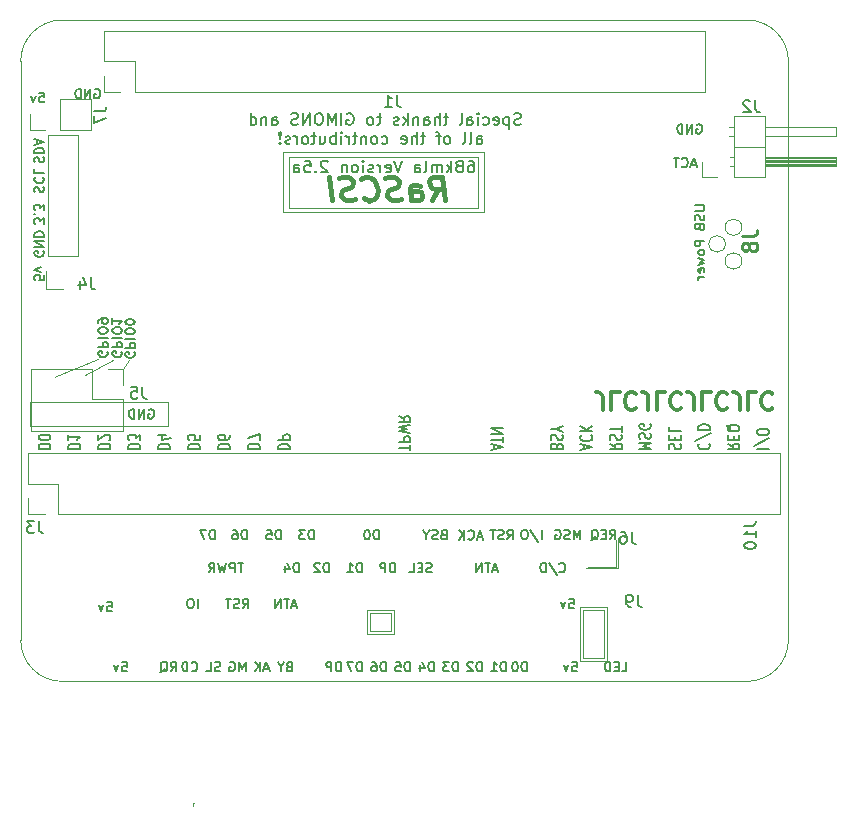
<source format=gbo>
G04 #@! TF.GenerationSoftware,KiCad,Pcbnew,(6.0.0)*
G04 #@! TF.CreationDate,2022-02-12T17:19:00-06:00*
G04 #@! TF.ProjectId,rascsi_2p5,72617363-7369-45f3-9270-352e6b696361,rev?*
G04 #@! TF.SameCoordinates,PX59d60c0PY325aa00*
G04 #@! TF.FileFunction,Legend,Bot*
G04 #@! TF.FilePolarity,Positive*
%FSLAX46Y46*%
G04 Gerber Fmt 4.6, Leading zero omitted, Abs format (unit mm)*
G04 Created by KiCad (PCBNEW (6.0.0)) date 2022-02-12 17:19:00*
%MOMM*%
%LPD*%
G01*
G04 APERTURE LIST*
%ADD10C,0.120000*%
G04 #@! TA.AperFunction,Profile*
%ADD11C,0.050000*%
G04 #@! TD*
%ADD12C,0.150000*%
%ADD13C,0.400000*%
%ADD14C,0.230000*%
%ADD15C,0.300000*%
%ADD16C,0.800000*%
%ADD17C,5.400000*%
%ADD18R,1.700000X1.700000*%
%ADD19O,1.700000X1.700000*%
%ADD20C,2.000000*%
%ADD21R,1.350000X1.350000*%
%ADD22O,1.350000X1.350000*%
%ADD23R,1.800000X1.800000*%
%ADD24C,1.800000*%
%ADD25C,1.545000*%
%ADD26C,4.845000*%
%ADD27C,1.000000*%
G04 APERTURE END LIST*
D10*
X81123500Y-24098500D02*
X81123500Y-23971500D01*
X144560000Y-31528000D02*
X83473000Y-31528000D01*
X130844000Y-36100000D02*
X130844000Y-33560000D01*
X128177000Y-36100000D02*
X130844000Y-36100000D01*
X130717000Y-35973000D02*
X130717000Y-33687000D01*
X128304000Y-35973000D02*
X130717000Y-35973000D01*
X94879500Y-55963000D02*
X94879500Y-56217000D01*
X94943000Y-55963000D02*
X94879500Y-55963000D01*
X102474500Y-887000D02*
X102474500Y-5967000D01*
X102982500Y-1268000D02*
X102982500Y-1522000D01*
X119492500Y-5967000D02*
X102474500Y-5967000D01*
X119048000Y-1268000D02*
X119048000Y-5586000D01*
X102982500Y-5586000D02*
X102982500Y-1331500D01*
X119048000Y-5586000D02*
X102982500Y-5586000D01*
X103046000Y-1268000D02*
X102982500Y-1268000D01*
X103046000Y-1268000D02*
X119048000Y-1268000D01*
X119429000Y-887000D02*
X102474500Y-887000D01*
X119492500Y-5967000D02*
X119492500Y-887000D01*
X127882000Y-43736000D02*
X127882000Y-39672000D01*
X127628000Y-39418000D02*
X129914000Y-39418000D01*
X109848000Y-41450000D02*
X109848000Y-39926000D01*
X109594000Y-41704000D02*
X109594000Y-39672000D01*
X111626000Y-39926000D02*
X111626000Y-41450000D01*
X88997500Y-20606000D02*
X88997500Y-19272500D01*
X129914000Y-39418000D02*
X129914000Y-43990000D01*
X127882000Y-39672000D02*
X129660000Y-39672000D01*
X81123500Y-23971500D02*
X81123500Y-22066500D01*
X109737000Y-5154000D02*
X109864000Y-5154000D01*
X81187000Y-19272500D02*
X86330500Y-19272500D01*
X82393500Y984000D02*
X81060000Y984000D01*
X88997500Y-21812500D02*
X88997500Y-24479500D01*
X80933000Y-28988000D02*
X80933000Y-26321000D01*
X80933000Y-30131000D02*
X80933000Y-31528000D01*
X129660000Y-39672000D02*
X129660000Y-43736000D01*
X111626000Y-41450000D02*
X109848000Y-41450000D01*
X89505500Y-18510500D02*
X88934000Y-19272500D01*
X86330500Y-19272500D02*
X86330500Y-21812500D01*
X82584000Y-9684000D02*
X85187500Y-9684000D01*
X86267000Y3587500D02*
X83600000Y3587500D01*
X144560000Y-26321000D02*
X144560000Y-31528000D01*
X111880000Y-41704000D02*
X109594000Y-41704000D01*
X109594000Y-39672000D02*
X111880000Y-39672000D01*
X86267000Y984000D02*
X86267000Y3587500D01*
X127628000Y-43990000D02*
X127628000Y-39418000D01*
X83663500Y984000D02*
X86267000Y984000D01*
X81060000Y984000D02*
X81060000Y2317500D01*
X129660000Y-43736000D02*
X127882000Y-43736000D01*
X80933000Y-31528000D02*
X82330000Y-31528000D01*
X83473000Y-31528000D02*
X83473000Y-28988000D01*
X85187500Y-9684000D02*
X85187500Y539500D01*
X85187500Y539500D02*
X82584000Y539500D01*
X80933000Y-26321000D02*
X144560000Y-26321000D01*
X88997500Y-24479500D02*
X81187000Y-24479500D01*
X129914000Y-43990000D02*
X127628000Y-43990000D01*
X92807500Y-22066500D02*
X92807500Y-24098500D01*
X83473000Y-28988000D02*
X80933000Y-28988000D01*
X92807500Y-24098500D02*
X81123500Y-24098500D01*
X81187000Y-24479500D02*
X81187000Y-19272500D01*
X82457000Y-10954000D02*
X82457000Y-12478000D01*
X82457000Y-12478000D02*
X83854000Y-12478000D01*
X88997500Y-19272500D02*
X87664000Y-19272500D01*
X82584000Y539500D02*
X82584000Y-9684000D01*
X86838500Y-18383500D02*
X83092000Y-19907500D01*
X81123500Y-22066500D02*
X92807500Y-22066500D01*
X111880000Y-39672000D02*
X111880000Y-41704000D01*
X83600000Y3587500D02*
X83600000Y984000D01*
X86330500Y-21812500D02*
X88997500Y-21812500D01*
X109848000Y-39926000D02*
X111626000Y-39926000D01*
X88108500Y-18447000D02*
X85759000Y-19780500D01*
D11*
X83800000Y10300000D02*
X141800000Y10300000D01*
X83800000Y-45696000D02*
X141800000Y-45696000D01*
X141800000Y-45696000D02*
G75*
G03*
X145300000Y-42196000I1J3499999D01*
G01*
X80300000Y6800000D02*
X80300000Y-42196000D01*
X145300000Y6800000D02*
G75*
G03*
X141800000Y10300000I-3499999J1D01*
G01*
X83800000Y10300000D02*
G75*
G03*
X80300000Y6800000I-1J-3499999D01*
G01*
X80300000Y-42196000D02*
G75*
G03*
X83800000Y-45696000I3499999J-1D01*
G01*
X145300000Y6800000D02*
X145300000Y-42196000D01*
D12*
X86581523Y4416000D02*
X86657714Y4454096D01*
X86772000Y4454096D01*
X86886285Y4416000D01*
X86962476Y4339810D01*
X87000571Y4263620D01*
X87038666Y4111239D01*
X87038666Y3996953D01*
X87000571Y3844572D01*
X86962476Y3768381D01*
X86886285Y3692191D01*
X86772000Y3654096D01*
X86695809Y3654096D01*
X86581523Y3692191D01*
X86543428Y3730286D01*
X86543428Y3996953D01*
X86695809Y3996953D01*
X86200571Y3654096D02*
X86200571Y4454096D01*
X85743428Y3654096D01*
X85743428Y4454096D01*
X85362476Y3654096D02*
X85362476Y4454096D01*
X85172000Y4454096D01*
X85057714Y4416000D01*
X84981523Y4339810D01*
X84943428Y4263620D01*
X84905333Y4111239D01*
X84905333Y3996953D01*
X84943428Y3844572D01*
X84981523Y3768381D01*
X85057714Y3692191D01*
X85172000Y3654096D01*
X85362476Y3654096D01*
X81872785Y4152596D02*
X82253738Y4152596D01*
X82291833Y3771643D01*
X82253738Y3809739D01*
X82177547Y3847834D01*
X81987071Y3847834D01*
X81910880Y3809739D01*
X81872785Y3771643D01*
X81834690Y3695453D01*
X81834690Y3504977D01*
X81872785Y3428786D01*
X81910880Y3390691D01*
X81987071Y3352596D01*
X82177547Y3352596D01*
X82253738Y3390691D01*
X82291833Y3428786D01*
X81568023Y3885929D02*
X81377547Y3352596D01*
X81187071Y3885929D01*
X81498190Y-1765428D02*
X81460095Y-1651142D01*
X81460095Y-1460666D01*
X81498190Y-1384476D01*
X81536285Y-1346380D01*
X81612476Y-1308285D01*
X81688666Y-1308285D01*
X81764857Y-1346380D01*
X81802952Y-1384476D01*
X81841047Y-1460666D01*
X81879142Y-1613047D01*
X81917238Y-1689238D01*
X81955333Y-1727333D01*
X82031523Y-1765428D01*
X82107714Y-1765428D01*
X82183904Y-1727333D01*
X82222000Y-1689238D01*
X82260095Y-1613047D01*
X82260095Y-1422571D01*
X82222000Y-1308285D01*
X81460095Y-965428D02*
X82260095Y-965428D01*
X82260095Y-774952D01*
X82222000Y-660666D01*
X82145809Y-584476D01*
X82069619Y-546380D01*
X81917238Y-508285D01*
X81802952Y-508285D01*
X81650571Y-546380D01*
X81574380Y-584476D01*
X81498190Y-660666D01*
X81460095Y-774952D01*
X81460095Y-965428D01*
X81688666Y-203523D02*
X81688666Y177429D01*
X81460095Y-279714D02*
X82260095Y-13047D01*
X81460095Y253620D01*
X81498190Y-4286380D02*
X81460095Y-4172095D01*
X81460095Y-3981619D01*
X81498190Y-3905428D01*
X81536285Y-3867333D01*
X81612476Y-3829238D01*
X81688666Y-3829238D01*
X81764857Y-3867333D01*
X81802952Y-3905428D01*
X81841047Y-3981619D01*
X81879142Y-4134000D01*
X81917238Y-4210190D01*
X81955333Y-4248285D01*
X82031523Y-4286380D01*
X82107714Y-4286380D01*
X82183904Y-4248285D01*
X82222000Y-4210190D01*
X82260095Y-4134000D01*
X82260095Y-3943523D01*
X82222000Y-3829238D01*
X81536285Y-3029238D02*
X81498190Y-3067333D01*
X81460095Y-3181619D01*
X81460095Y-3257809D01*
X81498190Y-3372095D01*
X81574380Y-3448285D01*
X81650571Y-3486380D01*
X81802952Y-3524476D01*
X81917238Y-3524476D01*
X82069619Y-3486380D01*
X82145809Y-3448285D01*
X82222000Y-3372095D01*
X82260095Y-3257809D01*
X82260095Y-3181619D01*
X82222000Y-3067333D01*
X82183904Y-3029238D01*
X81460095Y-2305428D02*
X81460095Y-2686380D01*
X82260095Y-2686380D01*
X82260095Y-6966095D02*
X82260095Y-6470857D01*
X81955333Y-6737523D01*
X81955333Y-6623238D01*
X81917238Y-6547047D01*
X81879142Y-6508952D01*
X81802952Y-6470857D01*
X81612476Y-6470857D01*
X81536285Y-6508952D01*
X81498190Y-6547047D01*
X81460095Y-6623238D01*
X81460095Y-6851809D01*
X81498190Y-6928000D01*
X81536285Y-6966095D01*
X81536285Y-6128000D02*
X81498190Y-6089904D01*
X81460095Y-6128000D01*
X81498190Y-6166095D01*
X81536285Y-6128000D01*
X81460095Y-6128000D01*
X82260095Y-5823238D02*
X82260095Y-5328000D01*
X81955333Y-5594666D01*
X81955333Y-5480380D01*
X81917238Y-5404190D01*
X81879142Y-5366095D01*
X81802952Y-5328000D01*
X81612476Y-5328000D01*
X81536285Y-5366095D01*
X81498190Y-5404190D01*
X81460095Y-5480380D01*
X81460095Y-5708952D01*
X81498190Y-5785142D01*
X81536285Y-5823238D01*
X82222000Y-9277523D02*
X82260095Y-9353714D01*
X82260095Y-9468000D01*
X82222000Y-9582285D01*
X82145809Y-9658476D01*
X82069619Y-9696571D01*
X81917238Y-9734666D01*
X81802952Y-9734666D01*
X81650571Y-9696571D01*
X81574380Y-9658476D01*
X81498190Y-9582285D01*
X81460095Y-9468000D01*
X81460095Y-9391809D01*
X81498190Y-9277523D01*
X81536285Y-9239428D01*
X81802952Y-9239428D01*
X81802952Y-9391809D01*
X81460095Y-8896571D02*
X82260095Y-8896571D01*
X81460095Y-8439428D01*
X82260095Y-8439428D01*
X81460095Y-8058476D02*
X82260095Y-8058476D01*
X82260095Y-7868000D01*
X82222000Y-7753714D01*
X82145809Y-7677523D01*
X82069619Y-7639428D01*
X81917238Y-7601333D01*
X81802952Y-7601333D01*
X81650571Y-7639428D01*
X81574380Y-7677523D01*
X81498190Y-7753714D01*
X81460095Y-7868000D01*
X81460095Y-8058476D01*
X82260095Y-11322285D02*
X82260095Y-11703238D01*
X81879142Y-11741333D01*
X81917238Y-11703238D01*
X81955333Y-11627047D01*
X81955333Y-11436571D01*
X81917238Y-11360380D01*
X81879142Y-11322285D01*
X81802952Y-11284190D01*
X81612476Y-11284190D01*
X81536285Y-11322285D01*
X81498190Y-11360380D01*
X81460095Y-11436571D01*
X81460095Y-11627047D01*
X81498190Y-11703238D01*
X81536285Y-11741333D01*
X81993428Y-11017523D02*
X81460095Y-10827047D01*
X81993428Y-10636571D01*
X87619500Y-17786452D02*
X87657595Y-17862642D01*
X87657595Y-17976928D01*
X87619500Y-18091214D01*
X87543309Y-18167404D01*
X87467119Y-18205500D01*
X87314738Y-18243595D01*
X87200452Y-18243595D01*
X87048071Y-18205500D01*
X86971880Y-18167404D01*
X86895690Y-18091214D01*
X86857595Y-17976928D01*
X86857595Y-17900738D01*
X86895690Y-17786452D01*
X86933785Y-17748357D01*
X87200452Y-17748357D01*
X87200452Y-17900738D01*
X86857595Y-17405500D02*
X87657595Y-17405500D01*
X87657595Y-17100738D01*
X87619500Y-17024547D01*
X87581404Y-16986452D01*
X87505214Y-16948357D01*
X87390928Y-16948357D01*
X87314738Y-16986452D01*
X87276642Y-17024547D01*
X87238547Y-17100738D01*
X87238547Y-17405500D01*
X86857595Y-16605500D02*
X87657595Y-16605500D01*
X87657595Y-16072166D02*
X87657595Y-15919785D01*
X87619500Y-15843595D01*
X87543309Y-15767404D01*
X87390928Y-15729309D01*
X87124261Y-15729309D01*
X86971880Y-15767404D01*
X86895690Y-15843595D01*
X86857595Y-15919785D01*
X86857595Y-16072166D01*
X86895690Y-16148357D01*
X86971880Y-16224547D01*
X87124261Y-16262642D01*
X87390928Y-16262642D01*
X87543309Y-16224547D01*
X87619500Y-16148357D01*
X87657595Y-16072166D01*
X86857595Y-15348357D02*
X86857595Y-15195976D01*
X86895690Y-15119785D01*
X86933785Y-15081690D01*
X87048071Y-15005500D01*
X87200452Y-14967404D01*
X87505214Y-14967404D01*
X87581404Y-15005500D01*
X87619500Y-15043595D01*
X87657595Y-15119785D01*
X87657595Y-15272166D01*
X87619500Y-15348357D01*
X87581404Y-15386452D01*
X87505214Y-15424547D01*
X87314738Y-15424547D01*
X87238547Y-15386452D01*
X87200452Y-15348357D01*
X87162357Y-15272166D01*
X87162357Y-15119785D01*
X87200452Y-15043595D01*
X87238547Y-15005500D01*
X87314738Y-14967404D01*
X91131023Y-22682500D02*
X91207214Y-22644404D01*
X91321500Y-22644404D01*
X91435785Y-22682500D01*
X91511976Y-22758690D01*
X91550071Y-22834880D01*
X91588166Y-22987261D01*
X91588166Y-23101547D01*
X91550071Y-23253928D01*
X91511976Y-23330119D01*
X91435785Y-23406309D01*
X91321500Y-23444404D01*
X91245309Y-23444404D01*
X91131023Y-23406309D01*
X91092928Y-23368214D01*
X91092928Y-23101547D01*
X91245309Y-23101547D01*
X90750071Y-23444404D02*
X90750071Y-22644404D01*
X90292928Y-23444404D01*
X90292928Y-22644404D01*
X89911976Y-23444404D02*
X89911976Y-22644404D01*
X89721500Y-22644404D01*
X89607214Y-22682500D01*
X89531023Y-22758690D01*
X89492928Y-22834880D01*
X89454833Y-22987261D01*
X89454833Y-23101547D01*
X89492928Y-23253928D01*
X89531023Y-23330119D01*
X89607214Y-23406309D01*
X89721500Y-23444404D01*
X89911976Y-23444404D01*
X137454238Y-1943333D02*
X137073285Y-1943333D01*
X137530428Y-2171904D02*
X137263761Y-1371904D01*
X136997095Y-2171904D01*
X136273285Y-2095714D02*
X136311380Y-2133809D01*
X136425666Y-2171904D01*
X136501857Y-2171904D01*
X136616142Y-2133809D01*
X136692333Y-2057619D01*
X136730428Y-1981428D01*
X136768523Y-1829047D01*
X136768523Y-1714761D01*
X136730428Y-1562380D01*
X136692333Y-1486190D01*
X136616142Y-1410000D01*
X136501857Y-1371904D01*
X136425666Y-1371904D01*
X136311380Y-1410000D01*
X136273285Y-1448095D01*
X136044714Y-1371904D02*
X135587571Y-1371904D01*
X135816142Y-2171904D02*
X135816142Y-1371904D01*
X137391904Y-5394285D02*
X138039523Y-5394285D01*
X138115714Y-5432380D01*
X138153809Y-5470476D01*
X138191904Y-5546666D01*
X138191904Y-5699047D01*
X138153809Y-5775238D01*
X138115714Y-5813333D01*
X138039523Y-5851428D01*
X137391904Y-5851428D01*
X138153809Y-6194285D02*
X138191904Y-6308571D01*
X138191904Y-6499047D01*
X138153809Y-6575238D01*
X138115714Y-6613333D01*
X138039523Y-6651428D01*
X137963333Y-6651428D01*
X137887142Y-6613333D01*
X137849047Y-6575238D01*
X137810952Y-6499047D01*
X137772857Y-6346666D01*
X137734761Y-6270476D01*
X137696666Y-6232380D01*
X137620476Y-6194285D01*
X137544285Y-6194285D01*
X137468095Y-6232380D01*
X137430000Y-6270476D01*
X137391904Y-6346666D01*
X137391904Y-6537142D01*
X137430000Y-6651428D01*
X137772857Y-7260952D02*
X137810952Y-7375238D01*
X137849047Y-7413333D01*
X137925238Y-7451428D01*
X138039523Y-7451428D01*
X138115714Y-7413333D01*
X138153809Y-7375238D01*
X138191904Y-7299047D01*
X138191904Y-6994285D01*
X137391904Y-6994285D01*
X137391904Y-7260952D01*
X137430000Y-7337142D01*
X137468095Y-7375238D01*
X137544285Y-7413333D01*
X137620476Y-7413333D01*
X137696666Y-7375238D01*
X137734761Y-7337142D01*
X137772857Y-7260952D01*
X137772857Y-6994285D01*
X138191904Y-8403809D02*
X137391904Y-8403809D01*
X137391904Y-8708571D01*
X137430000Y-8784761D01*
X137468095Y-8822857D01*
X137544285Y-8860952D01*
X137658571Y-8860952D01*
X137734761Y-8822857D01*
X137772857Y-8784761D01*
X137810952Y-8708571D01*
X137810952Y-8403809D01*
X138191904Y-9318095D02*
X138153809Y-9241904D01*
X138115714Y-9203809D01*
X138039523Y-9165714D01*
X137810952Y-9165714D01*
X137734761Y-9203809D01*
X137696666Y-9241904D01*
X137658571Y-9318095D01*
X137658571Y-9432380D01*
X137696666Y-9508571D01*
X137734761Y-9546666D01*
X137810952Y-9584761D01*
X138039523Y-9584761D01*
X138115714Y-9546666D01*
X138153809Y-9508571D01*
X138191904Y-9432380D01*
X138191904Y-9318095D01*
X137658571Y-9851428D02*
X138191904Y-10003809D01*
X137810952Y-10156190D01*
X138191904Y-10308571D01*
X137658571Y-10460952D01*
X138153809Y-11070476D02*
X138191904Y-10994285D01*
X138191904Y-10841904D01*
X138153809Y-10765714D01*
X138077619Y-10727619D01*
X137772857Y-10727619D01*
X137696666Y-10765714D01*
X137658571Y-10841904D01*
X137658571Y-10994285D01*
X137696666Y-11070476D01*
X137772857Y-11108571D01*
X137849047Y-11108571D01*
X137925238Y-10727619D01*
X138191904Y-11451428D02*
X137658571Y-11451428D01*
X137810952Y-11451428D02*
X137734761Y-11489523D01*
X137696666Y-11527619D01*
X137658571Y-11603809D01*
X137658571Y-11680000D01*
X137549523Y1447500D02*
X137625714Y1485596D01*
X137740000Y1485596D01*
X137854285Y1447500D01*
X137930476Y1371310D01*
X137968571Y1295120D01*
X138006666Y1142739D01*
X138006666Y1028453D01*
X137968571Y876072D01*
X137930476Y799881D01*
X137854285Y723691D01*
X137740000Y685596D01*
X137663809Y685596D01*
X137549523Y723691D01*
X137511428Y761786D01*
X137511428Y1028453D01*
X137663809Y1028453D01*
X137168571Y685596D02*
X137168571Y1485596D01*
X136711428Y685596D01*
X136711428Y1485596D01*
X136330476Y685596D02*
X136330476Y1485596D01*
X136140000Y1485596D01*
X136025714Y1447500D01*
X135949523Y1371310D01*
X135911428Y1295120D01*
X135873333Y1142739D01*
X135873333Y1028453D01*
X135911428Y876072D01*
X135949523Y799881D01*
X136025714Y723691D01*
X136140000Y685596D01*
X136330476Y685596D01*
X118237476Y-1609380D02*
X118427952Y-1609380D01*
X118523190Y-1657000D01*
X118570809Y-1704619D01*
X118666047Y-1847476D01*
X118713666Y-2037952D01*
X118713666Y-2418904D01*
X118666047Y-2514142D01*
X118618428Y-2561761D01*
X118523190Y-2609380D01*
X118332714Y-2609380D01*
X118237476Y-2561761D01*
X118189857Y-2514142D01*
X118142238Y-2418904D01*
X118142238Y-2180809D01*
X118189857Y-2085571D01*
X118237476Y-2037952D01*
X118332714Y-1990333D01*
X118523190Y-1990333D01*
X118618428Y-2037952D01*
X118666047Y-2085571D01*
X118713666Y-2180809D01*
X117570809Y-2037952D02*
X117666047Y-1990333D01*
X117713666Y-1942714D01*
X117761285Y-1847476D01*
X117761285Y-1799857D01*
X117713666Y-1704619D01*
X117666047Y-1657000D01*
X117570809Y-1609380D01*
X117380333Y-1609380D01*
X117285095Y-1657000D01*
X117237476Y-1704619D01*
X117189857Y-1799857D01*
X117189857Y-1847476D01*
X117237476Y-1942714D01*
X117285095Y-1990333D01*
X117380333Y-2037952D01*
X117570809Y-2037952D01*
X117666047Y-2085571D01*
X117713666Y-2133190D01*
X117761285Y-2228428D01*
X117761285Y-2418904D01*
X117713666Y-2514142D01*
X117666047Y-2561761D01*
X117570809Y-2609380D01*
X117380333Y-2609380D01*
X117285095Y-2561761D01*
X117237476Y-2514142D01*
X117189857Y-2418904D01*
X117189857Y-2228428D01*
X117237476Y-2133190D01*
X117285095Y-2085571D01*
X117380333Y-2037952D01*
X116761285Y-2609380D02*
X116761285Y-1609380D01*
X116666047Y-2228428D02*
X116380333Y-2609380D01*
X116380333Y-1942714D02*
X116761285Y-2323666D01*
X115951761Y-2609380D02*
X115951761Y-1942714D01*
X115951761Y-2037952D02*
X115904142Y-1990333D01*
X115808904Y-1942714D01*
X115666047Y-1942714D01*
X115570809Y-1990333D01*
X115523190Y-2085571D01*
X115523190Y-2609380D01*
X115523190Y-2085571D02*
X115475571Y-1990333D01*
X115380333Y-1942714D01*
X115237476Y-1942714D01*
X115142238Y-1990333D01*
X115094619Y-2085571D01*
X115094619Y-2609380D01*
X114475571Y-2609380D02*
X114570809Y-2561761D01*
X114618428Y-2466523D01*
X114618428Y-1609380D01*
X113666047Y-2609380D02*
X113666047Y-2085571D01*
X113713666Y-1990333D01*
X113808904Y-1942714D01*
X113999380Y-1942714D01*
X114094619Y-1990333D01*
X113666047Y-2561761D02*
X113761285Y-2609380D01*
X113999380Y-2609380D01*
X114094619Y-2561761D01*
X114142238Y-2466523D01*
X114142238Y-2371285D01*
X114094619Y-2276047D01*
X113999380Y-2228428D01*
X113761285Y-2228428D01*
X113666047Y-2180809D01*
X112570809Y-1609380D02*
X112237476Y-2609380D01*
X111904142Y-1609380D01*
X111189857Y-2561761D02*
X111285095Y-2609380D01*
X111475571Y-2609380D01*
X111570809Y-2561761D01*
X111618428Y-2466523D01*
X111618428Y-2085571D01*
X111570809Y-1990333D01*
X111475571Y-1942714D01*
X111285095Y-1942714D01*
X111189857Y-1990333D01*
X111142238Y-2085571D01*
X111142238Y-2180809D01*
X111618428Y-2276047D01*
X110713666Y-2609380D02*
X110713666Y-1942714D01*
X110713666Y-2133190D02*
X110666047Y-2037952D01*
X110618428Y-1990333D01*
X110523190Y-1942714D01*
X110427952Y-1942714D01*
X110142238Y-2561761D02*
X110047000Y-2609380D01*
X109856523Y-2609380D01*
X109761285Y-2561761D01*
X109713666Y-2466523D01*
X109713666Y-2418904D01*
X109761285Y-2323666D01*
X109856523Y-2276047D01*
X109999380Y-2276047D01*
X110094619Y-2228428D01*
X110142238Y-2133190D01*
X110142238Y-2085571D01*
X110094619Y-1990333D01*
X109999380Y-1942714D01*
X109856523Y-1942714D01*
X109761285Y-1990333D01*
X109285095Y-2609380D02*
X109285095Y-1942714D01*
X109285095Y-1609380D02*
X109332714Y-1657000D01*
X109285095Y-1704619D01*
X109237476Y-1657000D01*
X109285095Y-1609380D01*
X109285095Y-1704619D01*
X108666047Y-2609380D02*
X108761285Y-2561761D01*
X108808904Y-2514142D01*
X108856523Y-2418904D01*
X108856523Y-2133190D01*
X108808904Y-2037952D01*
X108761285Y-1990333D01*
X108666047Y-1942714D01*
X108523190Y-1942714D01*
X108427952Y-1990333D01*
X108380333Y-2037952D01*
X108332714Y-2133190D01*
X108332714Y-2418904D01*
X108380333Y-2514142D01*
X108427952Y-2561761D01*
X108523190Y-2609380D01*
X108666047Y-2609380D01*
X107904142Y-1942714D02*
X107904142Y-2609380D01*
X107904142Y-2037952D02*
X107856523Y-1990333D01*
X107761285Y-1942714D01*
X107618428Y-1942714D01*
X107523190Y-1990333D01*
X107475571Y-2085571D01*
X107475571Y-2609380D01*
X106285095Y-1704619D02*
X106237476Y-1657000D01*
X106142238Y-1609380D01*
X105904142Y-1609380D01*
X105808904Y-1657000D01*
X105761285Y-1704619D01*
X105713666Y-1799857D01*
X105713666Y-1895095D01*
X105761285Y-2037952D01*
X106332714Y-2609380D01*
X105713666Y-2609380D01*
X105285095Y-2514142D02*
X105237476Y-2561761D01*
X105285095Y-2609380D01*
X105332714Y-2561761D01*
X105285095Y-2514142D01*
X105285095Y-2609380D01*
X104332714Y-1609380D02*
X104808904Y-1609380D01*
X104856523Y-2085571D01*
X104808904Y-2037952D01*
X104713666Y-1990333D01*
X104475571Y-1990333D01*
X104380333Y-2037952D01*
X104332714Y-2085571D01*
X104285095Y-2180809D01*
X104285095Y-2418904D01*
X104332714Y-2514142D01*
X104380333Y-2561761D01*
X104475571Y-2609380D01*
X104713666Y-2609380D01*
X104808904Y-2561761D01*
X104856523Y-2514142D01*
X103427952Y-2609380D02*
X103427952Y-2085571D01*
X103475571Y-1990333D01*
X103570809Y-1942714D01*
X103761285Y-1942714D01*
X103856523Y-1990333D01*
X103427952Y-2561761D02*
X103523190Y-2609380D01*
X103761285Y-2609380D01*
X103856523Y-2561761D01*
X103904142Y-2466523D01*
X103904142Y-2371285D01*
X103856523Y-2276047D01*
X103761285Y-2228428D01*
X103523190Y-2228428D01*
X103427952Y-2180809D01*
D13*
X115093511Y-4966761D02*
X115641130Y-4014380D01*
X116236369Y-4966761D02*
X115986369Y-2966761D01*
X115224464Y-2966761D01*
X115045892Y-3062000D01*
X114962559Y-3157238D01*
X114891130Y-3347714D01*
X114926845Y-3633428D01*
X115045892Y-3823904D01*
X115153035Y-3919142D01*
X115355416Y-4014380D01*
X116117321Y-4014380D01*
X113379226Y-4966761D02*
X113248273Y-3919142D01*
X113319702Y-3728666D01*
X113498273Y-3633428D01*
X113879226Y-3633428D01*
X114081607Y-3728666D01*
X113367321Y-4871523D02*
X113569702Y-4966761D01*
X114045892Y-4966761D01*
X114224464Y-4871523D01*
X114295892Y-4681047D01*
X114272083Y-4490571D01*
X114153035Y-4300095D01*
X113950654Y-4204857D01*
X113474464Y-4204857D01*
X113272083Y-4109619D01*
X112510178Y-4871523D02*
X112236369Y-4966761D01*
X111760178Y-4966761D01*
X111557797Y-4871523D01*
X111450654Y-4776285D01*
X111331607Y-4585809D01*
X111307797Y-4395333D01*
X111379226Y-4204857D01*
X111462559Y-4109619D01*
X111641130Y-4014380D01*
X112010178Y-3919142D01*
X112188750Y-3823904D01*
X112272083Y-3728666D01*
X112343511Y-3538190D01*
X112319702Y-3347714D01*
X112200654Y-3157238D01*
X112093511Y-3062000D01*
X111891130Y-2966761D01*
X111414940Y-2966761D01*
X111141130Y-3062000D01*
X109355416Y-4776285D02*
X109462559Y-4871523D01*
X109760178Y-4966761D01*
X109950654Y-4966761D01*
X110224464Y-4871523D01*
X110391130Y-4681047D01*
X110462559Y-4490571D01*
X110510178Y-4109619D01*
X110474464Y-3823904D01*
X110331607Y-3442952D01*
X110212559Y-3252476D01*
X109998273Y-3062000D01*
X109700654Y-2966761D01*
X109510178Y-2966761D01*
X109236369Y-3062000D01*
X109153035Y-3157238D01*
X108605416Y-4871523D02*
X108331607Y-4966761D01*
X107855416Y-4966761D01*
X107653035Y-4871523D01*
X107545892Y-4776285D01*
X107426845Y-4585809D01*
X107403035Y-4395333D01*
X107474464Y-4204857D01*
X107557797Y-4109619D01*
X107736369Y-4014380D01*
X108105416Y-3919142D01*
X108283988Y-3823904D01*
X108367321Y-3728666D01*
X108438750Y-3538190D01*
X108414940Y-3347714D01*
X108295892Y-3157238D01*
X108188750Y-3062000D01*
X107986369Y-2966761D01*
X107510178Y-2966761D01*
X107236369Y-3062000D01*
X106617321Y-4966761D02*
X106367321Y-2966761D01*
D12*
X142647119Y-26022476D02*
X143647119Y-26022476D01*
X143694738Y-25070095D02*
X142409023Y-25755809D01*
X143647119Y-24651047D02*
X143647119Y-24498666D01*
X143599500Y-24422476D01*
X143504261Y-24346285D01*
X143313785Y-24308190D01*
X142980452Y-24308190D01*
X142789976Y-24346285D01*
X142694738Y-24422476D01*
X142647119Y-24498666D01*
X142647119Y-24651047D01*
X142694738Y-24727238D01*
X142789976Y-24803428D01*
X142980452Y-24841523D01*
X143313785Y-24841523D01*
X143504261Y-24803428D01*
X143599500Y-24727238D01*
X143647119Y-24651047D01*
X130173903Y-25565333D02*
X130650093Y-25831999D01*
X130173903Y-26022476D02*
X131173903Y-26022476D01*
X131173903Y-25717714D01*
X131126284Y-25641523D01*
X131078664Y-25603428D01*
X130983426Y-25565333D01*
X130840569Y-25565333D01*
X130745331Y-25603428D01*
X130697712Y-25641523D01*
X130650093Y-25717714D01*
X130650093Y-26022476D01*
X130221522Y-25260571D02*
X130173903Y-25146285D01*
X130173903Y-24955809D01*
X130221522Y-24879618D01*
X130269141Y-24841523D01*
X130364379Y-24803428D01*
X130459617Y-24803428D01*
X130554855Y-24841523D01*
X130602474Y-24879618D01*
X130650093Y-24955809D01*
X130697712Y-25108190D01*
X130745331Y-25184380D01*
X130792950Y-25222476D01*
X130888188Y-25260571D01*
X130983426Y-25260571D01*
X131078664Y-25222476D01*
X131126284Y-25184380D01*
X131173903Y-25108190D01*
X131173903Y-24917714D01*
X131126284Y-24803428D01*
X131173903Y-24574857D02*
X131173903Y-24117714D01*
X130173903Y-24346285D02*
X131173903Y-24346285D01*
X135210806Y-26060571D02*
X135163187Y-25946286D01*
X135163187Y-25755809D01*
X135210806Y-25679619D01*
X135258425Y-25641524D01*
X135353663Y-25603428D01*
X135448901Y-25603428D01*
X135544139Y-25641524D01*
X135591758Y-25679619D01*
X135639377Y-25755809D01*
X135686996Y-25908190D01*
X135734615Y-25984381D01*
X135782234Y-26022476D01*
X135877472Y-26060571D01*
X135972710Y-26060571D01*
X136067948Y-26022476D01*
X136115568Y-25984381D01*
X136163187Y-25908190D01*
X136163187Y-25717714D01*
X136115568Y-25603428D01*
X135686996Y-25260571D02*
X135686996Y-24993905D01*
X135163187Y-24879619D02*
X135163187Y-25260571D01*
X136163187Y-25260571D01*
X136163187Y-24879619D01*
X135163187Y-24155809D02*
X135163187Y-24536762D01*
X136163187Y-24536762D01*
X81814119Y-26022476D02*
X82814119Y-26022476D01*
X82814119Y-25832000D01*
X82766500Y-25717714D01*
X82671261Y-25641523D01*
X82576023Y-25603428D01*
X82385547Y-25565333D01*
X82242690Y-25565333D01*
X82052214Y-25603428D01*
X81956976Y-25641523D01*
X81861738Y-25717714D01*
X81814119Y-25832000D01*
X81814119Y-26022476D01*
X82814119Y-25070095D02*
X82814119Y-24993904D01*
X82766500Y-24917714D01*
X82718880Y-24879619D01*
X82623642Y-24841523D01*
X82433166Y-24803428D01*
X82195071Y-24803428D01*
X82004595Y-24841523D01*
X81909357Y-24879619D01*
X81861738Y-24917714D01*
X81814119Y-24993904D01*
X81814119Y-25070095D01*
X81861738Y-25146285D01*
X81909357Y-25184380D01*
X82004595Y-25222476D01*
X82195071Y-25260571D01*
X82433166Y-25260571D01*
X82623642Y-25222476D01*
X82718880Y-25184380D01*
X82766500Y-25146285D01*
X82814119Y-25070095D01*
X94474429Y-26022476D02*
X95474429Y-26022476D01*
X95474429Y-25832000D01*
X95426810Y-25717714D01*
X95331571Y-25641523D01*
X95236333Y-25603428D01*
X95045857Y-25565333D01*
X94903000Y-25565333D01*
X94712524Y-25603428D01*
X94617286Y-25641523D01*
X94522048Y-25717714D01*
X94474429Y-25832000D01*
X94474429Y-26022476D01*
X95474429Y-24841523D02*
X95474429Y-25222476D01*
X94998238Y-25260571D01*
X95045857Y-25222476D01*
X95093476Y-25146285D01*
X95093476Y-24955809D01*
X95045857Y-24879619D01*
X94998238Y-24841523D01*
X94903000Y-24803428D01*
X94664905Y-24803428D01*
X94569667Y-24841523D01*
X94522048Y-24879619D01*
X94474429Y-24955809D01*
X94474429Y-25146285D01*
X94522048Y-25222476D01*
X94569667Y-25260571D01*
X125708428Y-25755809D02*
X125660809Y-25641523D01*
X125613190Y-25603428D01*
X125517952Y-25565333D01*
X125375095Y-25565333D01*
X125279857Y-25603428D01*
X125232238Y-25641523D01*
X125184619Y-25717714D01*
X125184619Y-26022476D01*
X126184619Y-26022476D01*
X126184619Y-25755809D01*
X126137000Y-25679619D01*
X126089380Y-25641523D01*
X125994142Y-25603428D01*
X125898904Y-25603428D01*
X125803666Y-25641523D01*
X125756047Y-25679619D01*
X125708428Y-25755809D01*
X125708428Y-26022476D01*
X125232238Y-25260571D02*
X125184619Y-25146285D01*
X125184619Y-24955809D01*
X125232238Y-24879619D01*
X125279857Y-24841523D01*
X125375095Y-24803428D01*
X125470333Y-24803428D01*
X125565571Y-24841523D01*
X125613190Y-24879619D01*
X125660809Y-24955809D01*
X125708428Y-25108190D01*
X125756047Y-25184381D01*
X125803666Y-25222476D01*
X125898904Y-25260571D01*
X125994142Y-25260571D01*
X126089380Y-25222476D01*
X126137000Y-25184381D01*
X126184619Y-25108190D01*
X126184619Y-24917714D01*
X126137000Y-24803428D01*
X125660809Y-24308190D02*
X125184619Y-24308190D01*
X126184619Y-24574857D02*
X125660809Y-24308190D01*
X126184619Y-24041523D01*
X97006491Y-26022476D02*
X98006491Y-26022476D01*
X98006491Y-25832000D01*
X97958872Y-25717714D01*
X97863633Y-25641523D01*
X97768395Y-25603428D01*
X97577919Y-25565333D01*
X97435062Y-25565333D01*
X97244586Y-25603428D01*
X97149348Y-25641523D01*
X97054110Y-25717714D01*
X97006491Y-25832000D01*
X97006491Y-26022476D01*
X98006491Y-24879619D02*
X98006491Y-25032000D01*
X97958872Y-25108190D01*
X97911252Y-25146285D01*
X97768395Y-25222476D01*
X97577919Y-25260571D01*
X97196967Y-25260571D01*
X97101729Y-25222476D01*
X97054110Y-25184380D01*
X97006491Y-25108190D01*
X97006491Y-24955809D01*
X97054110Y-24879619D01*
X97101729Y-24841523D01*
X97196967Y-24803428D01*
X97435062Y-24803428D01*
X97530300Y-24841523D01*
X97577919Y-24879619D01*
X97625538Y-24955809D01*
X97625538Y-25108190D01*
X97577919Y-25184380D01*
X97530300Y-25222476D01*
X97435062Y-25260571D01*
X84346181Y-26022476D02*
X85346181Y-26022476D01*
X85346181Y-25832000D01*
X85298562Y-25717714D01*
X85203323Y-25641523D01*
X85108085Y-25603428D01*
X84917609Y-25565333D01*
X84774752Y-25565333D01*
X84584276Y-25603428D01*
X84489038Y-25641523D01*
X84393800Y-25717714D01*
X84346181Y-25832000D01*
X84346181Y-26022476D01*
X84346181Y-24803428D02*
X84346181Y-25260571D01*
X84346181Y-25032000D02*
X85346181Y-25032000D01*
X85203323Y-25108190D01*
X85108085Y-25184380D01*
X85060466Y-25260571D01*
X91942367Y-26022476D02*
X92942367Y-26022476D01*
X92942367Y-25832000D01*
X92894748Y-25717714D01*
X92799509Y-25641523D01*
X92704271Y-25603428D01*
X92513795Y-25565333D01*
X92370938Y-25565333D01*
X92180462Y-25603428D01*
X92085224Y-25641523D01*
X91989986Y-25717714D01*
X91942367Y-25832000D01*
X91942367Y-26022476D01*
X92609033Y-24879619D02*
X91942367Y-24879619D01*
X92989986Y-25070095D02*
X92275700Y-25260571D01*
X92275700Y-24765333D01*
X86878243Y-26022476D02*
X87878243Y-26022476D01*
X87878243Y-25832000D01*
X87830624Y-25717714D01*
X87735385Y-25641523D01*
X87640147Y-25603428D01*
X87449671Y-25565333D01*
X87306814Y-25565333D01*
X87116338Y-25603428D01*
X87021100Y-25641523D01*
X86925862Y-25717714D01*
X86878243Y-25832000D01*
X86878243Y-26022476D01*
X87783004Y-25260571D02*
X87830624Y-25222476D01*
X87878243Y-25146285D01*
X87878243Y-24955809D01*
X87830624Y-24879619D01*
X87783004Y-24841523D01*
X87687766Y-24803428D01*
X87592528Y-24803428D01*
X87449671Y-24841523D01*
X86878243Y-25298666D01*
X86878243Y-24803428D01*
X132668545Y-26022477D02*
X133668545Y-26022477D01*
X132954259Y-25755810D01*
X133668545Y-25489143D01*
X132668545Y-25489143D01*
X132716164Y-25146286D02*
X132668545Y-25032000D01*
X132668545Y-24841524D01*
X132716164Y-24765334D01*
X132763783Y-24727238D01*
X132859021Y-24689143D01*
X132954259Y-24689143D01*
X133049497Y-24727238D01*
X133097116Y-24765334D01*
X133144735Y-24841524D01*
X133192354Y-24993905D01*
X133239973Y-25070096D01*
X133287592Y-25108191D01*
X133382830Y-25146286D01*
X133478068Y-25146286D01*
X133573306Y-25108191D01*
X133620926Y-25070096D01*
X133668545Y-24993905D01*
X133668545Y-24803429D01*
X133620926Y-24689143D01*
X133620926Y-23927238D02*
X133668545Y-24003429D01*
X133668545Y-24117715D01*
X133620926Y-24232000D01*
X133525687Y-24308191D01*
X133430449Y-24346286D01*
X133239973Y-24384381D01*
X133097116Y-24384381D01*
X132906640Y-24346286D01*
X132811402Y-24308191D01*
X132716164Y-24232000D01*
X132668545Y-24117715D01*
X132668545Y-24041524D01*
X132716164Y-23927238D01*
X132763783Y-23889143D01*
X133097116Y-23889143D01*
X133097116Y-24041524D01*
X113294119Y-26136762D02*
X113294119Y-25679619D01*
X112294119Y-25908190D02*
X113294119Y-25908190D01*
X112294119Y-25412952D02*
X113294119Y-25412952D01*
X113294119Y-25108190D01*
X113246500Y-25032000D01*
X113198880Y-24993905D01*
X113103642Y-24955809D01*
X112960785Y-24955809D01*
X112865547Y-24993905D01*
X112817928Y-25032000D01*
X112770309Y-25108190D01*
X112770309Y-25412952D01*
X113294119Y-24689143D02*
X112294119Y-24498667D01*
X113008404Y-24346286D01*
X112294119Y-24193905D01*
X113294119Y-24003428D01*
X112294119Y-23241524D02*
X112770309Y-23508190D01*
X112294119Y-23698667D02*
X113294119Y-23698667D01*
X113294119Y-23393905D01*
X113246500Y-23317714D01*
X113198880Y-23279619D01*
X113103642Y-23241524D01*
X112960785Y-23241524D01*
X112865547Y-23279619D01*
X112817928Y-23317714D01*
X112770309Y-23393905D01*
X112770309Y-23698667D01*
X89410305Y-26022476D02*
X90410305Y-26022476D01*
X90410305Y-25832000D01*
X90362686Y-25717714D01*
X90267447Y-25641523D01*
X90172209Y-25603428D01*
X89981733Y-25565333D01*
X89838876Y-25565333D01*
X89648400Y-25603428D01*
X89553162Y-25641523D01*
X89457924Y-25717714D01*
X89410305Y-25832000D01*
X89410305Y-26022476D01*
X90410305Y-25298666D02*
X90410305Y-24803428D01*
X90029352Y-25070095D01*
X90029352Y-24955809D01*
X89981733Y-24879619D01*
X89934114Y-24841523D01*
X89838876Y-24803428D01*
X89600781Y-24803428D01*
X89505543Y-24841523D01*
X89457924Y-24879619D01*
X89410305Y-24955809D01*
X89410305Y-25184380D01*
X89457924Y-25260571D01*
X89505543Y-25298666D01*
X137753067Y-25565333D02*
X137705448Y-25603428D01*
X137657829Y-25717714D01*
X137657829Y-25793905D01*
X137705448Y-25908190D01*
X137800686Y-25984381D01*
X137895924Y-26022476D01*
X138086400Y-26060571D01*
X138229257Y-26060571D01*
X138419733Y-26022476D01*
X138514971Y-25984381D01*
X138610210Y-25908190D01*
X138657829Y-25793905D01*
X138657829Y-25717714D01*
X138610210Y-25603428D01*
X138562590Y-25565333D01*
X138705448Y-24651047D02*
X137419733Y-25336762D01*
X137657829Y-24384381D02*
X138657829Y-24384381D01*
X138657829Y-24193905D01*
X138610210Y-24079619D01*
X138514971Y-24003428D01*
X138419733Y-23965333D01*
X138229257Y-23927238D01*
X138086400Y-23927238D01*
X137895924Y-23965333D01*
X137800686Y-24003428D01*
X137705448Y-24079619D01*
X137657829Y-24193905D01*
X137657829Y-24384381D01*
X127964975Y-26060572D02*
X127964975Y-25679619D01*
X127679261Y-26136762D02*
X128679261Y-25870096D01*
X127679261Y-25603429D01*
X127774499Y-24879619D02*
X127726880Y-24917715D01*
X127679261Y-25032000D01*
X127679261Y-25108191D01*
X127726880Y-25222476D01*
X127822118Y-25298667D01*
X127917356Y-25336762D01*
X128107832Y-25374857D01*
X128250689Y-25374857D01*
X128441165Y-25336762D01*
X128536403Y-25298667D01*
X128631642Y-25222476D01*
X128679261Y-25108191D01*
X128679261Y-25032000D01*
X128631642Y-24917715D01*
X128584022Y-24879619D01*
X127679261Y-24536762D02*
X128679261Y-24536762D01*
X127679261Y-24079619D02*
X128250689Y-24422476D01*
X128679261Y-24079619D02*
X128107832Y-24536762D01*
X120390333Y-26060571D02*
X120390333Y-25679619D01*
X120104619Y-26136762D02*
X121104619Y-25870095D01*
X120104619Y-25603428D01*
X121104619Y-25451047D02*
X121104619Y-24993905D01*
X120104619Y-25222476D02*
X121104619Y-25222476D01*
X120104619Y-24727238D02*
X121104619Y-24727238D01*
X120104619Y-24270095D01*
X121104619Y-24270095D01*
X102070619Y-26041523D02*
X103070619Y-26041523D01*
X103070619Y-25851047D01*
X103023000Y-25736761D01*
X102927761Y-25660571D01*
X102832523Y-25622476D01*
X102642047Y-25584380D01*
X102499190Y-25584380D01*
X102308714Y-25622476D01*
X102213476Y-25660571D01*
X102118238Y-25736761D01*
X102070619Y-25851047D01*
X102070619Y-26041523D01*
X102070619Y-25241523D02*
X103070619Y-25241523D01*
X103070619Y-24936761D01*
X103023000Y-24860571D01*
X102975380Y-24822476D01*
X102880142Y-24784380D01*
X102737285Y-24784380D01*
X102642047Y-24822476D01*
X102594428Y-24860571D01*
X102546809Y-24936761D01*
X102546809Y-25241523D01*
X99538553Y-26022476D02*
X100538553Y-26022476D01*
X100538553Y-25832000D01*
X100490934Y-25717714D01*
X100395695Y-25641523D01*
X100300457Y-25603428D01*
X100109981Y-25565333D01*
X99967124Y-25565333D01*
X99776648Y-25603428D01*
X99681410Y-25641523D01*
X99586172Y-25717714D01*
X99538553Y-25832000D01*
X99538553Y-26022476D01*
X100538553Y-25298666D02*
X100538553Y-24765333D01*
X99538553Y-25108190D01*
X140152471Y-25565333D02*
X140628661Y-25832000D01*
X140152471Y-26022476D02*
X141152471Y-26022476D01*
X141152471Y-25717714D01*
X141104852Y-25641523D01*
X141057232Y-25603428D01*
X140961994Y-25565333D01*
X140819137Y-25565333D01*
X140723899Y-25603428D01*
X140676280Y-25641523D01*
X140628661Y-25717714D01*
X140628661Y-26022476D01*
X140676280Y-25222476D02*
X140676280Y-24955809D01*
X140152471Y-24841523D02*
X140152471Y-25222476D01*
X141152471Y-25222476D01*
X141152471Y-24841523D01*
X140057232Y-23965333D02*
X140104852Y-24041523D01*
X140200090Y-24117714D01*
X140342947Y-24232000D01*
X140390566Y-24308190D01*
X140390566Y-24384380D01*
X140152471Y-24346285D02*
X140200090Y-24422476D01*
X140295328Y-24498666D01*
X140485804Y-24536761D01*
X140819137Y-24536761D01*
X141009613Y-24498666D01*
X141104852Y-24422476D01*
X141152471Y-24346285D01*
X141152471Y-24193904D01*
X141104852Y-24117714D01*
X141009613Y-24041523D01*
X140819137Y-24003428D01*
X140485804Y-24003428D01*
X140295328Y-24041523D01*
X140200090Y-24117714D01*
X140152471Y-24193904D01*
X140152471Y-24346285D01*
X130193333Y-33648904D02*
X130460000Y-33267952D01*
X130650476Y-33648904D02*
X130650476Y-32848904D01*
X130345714Y-32848904D01*
X130269523Y-32887000D01*
X130231428Y-32925095D01*
X130193333Y-33001285D01*
X130193333Y-33115571D01*
X130231428Y-33191761D01*
X130269523Y-33229857D01*
X130345714Y-33267952D01*
X130650476Y-33267952D01*
X129850476Y-33229857D02*
X129583809Y-33229857D01*
X129469523Y-33648904D02*
X129850476Y-33648904D01*
X129850476Y-32848904D01*
X129469523Y-32848904D01*
X128593333Y-33725095D02*
X128669523Y-33687000D01*
X128745714Y-33610809D01*
X128860000Y-33496523D01*
X128936190Y-33458428D01*
X129012380Y-33458428D01*
X128974285Y-33648904D02*
X129050476Y-33610809D01*
X129126666Y-33534619D01*
X129164761Y-33382238D01*
X129164761Y-33115571D01*
X129126666Y-32963190D01*
X129050476Y-32887000D01*
X128974285Y-32848904D01*
X128821904Y-32848904D01*
X128745714Y-32887000D01*
X128669523Y-32963190D01*
X128631428Y-33115571D01*
X128631428Y-33382238D01*
X128669523Y-33534619D01*
X128745714Y-33610809D01*
X128821904Y-33648904D01*
X128974285Y-33648904D01*
X96722476Y-33683904D02*
X96722476Y-32883904D01*
X96532000Y-32883904D01*
X96417714Y-32922000D01*
X96341523Y-32998190D01*
X96303428Y-33074380D01*
X96265333Y-33226761D01*
X96265333Y-33341047D01*
X96303428Y-33493428D01*
X96341523Y-33569619D01*
X96417714Y-33645809D01*
X96532000Y-33683904D01*
X96722476Y-33683904D01*
X95998666Y-32883904D02*
X95465333Y-32883904D01*
X95808190Y-33683904D01*
X111981523Y-36477904D02*
X111981523Y-35677904D01*
X111791047Y-35677904D01*
X111676761Y-35716000D01*
X111600571Y-35792190D01*
X111562476Y-35868380D01*
X111524380Y-36020761D01*
X111524380Y-36135047D01*
X111562476Y-36287428D01*
X111600571Y-36363619D01*
X111676761Y-36439809D01*
X111791047Y-36477904D01*
X111981523Y-36477904D01*
X111181523Y-36477904D02*
X111181523Y-35677904D01*
X110876761Y-35677904D01*
X110800571Y-35716000D01*
X110762476Y-35754095D01*
X110724380Y-35830285D01*
X110724380Y-35944571D01*
X110762476Y-36020761D01*
X110800571Y-36058857D01*
X110876761Y-36096952D01*
X111181523Y-36096952D01*
X120668285Y-36249333D02*
X120287333Y-36249333D01*
X120744476Y-36477904D02*
X120477809Y-35677904D01*
X120211142Y-36477904D01*
X120058761Y-35677904D02*
X119601619Y-35677904D01*
X119830190Y-36477904D02*
X119830190Y-35677904D01*
X119334952Y-36477904D02*
X119334952Y-35677904D01*
X118877809Y-36477904D01*
X118877809Y-35677904D01*
X119388476Y-33458429D02*
X119007523Y-33458429D01*
X119464666Y-33687000D02*
X119198000Y-32887000D01*
X118931333Y-33687000D01*
X118207523Y-33610810D02*
X118245619Y-33648905D01*
X118359904Y-33687000D01*
X118436095Y-33687000D01*
X118550380Y-33648905D01*
X118626571Y-33572715D01*
X118664666Y-33496524D01*
X118702761Y-33344143D01*
X118702761Y-33229857D01*
X118664666Y-33077476D01*
X118626571Y-33001286D01*
X118550380Y-32925096D01*
X118436095Y-32887000D01*
X118359904Y-32887000D01*
X118245619Y-32925096D01*
X118207523Y-32963191D01*
X117864666Y-33687000D02*
X117864666Y-32887000D01*
X117407523Y-33687000D02*
X117750380Y-33229857D01*
X117407523Y-32887000D02*
X117864666Y-33344143D01*
X125913428Y-36401714D02*
X125951523Y-36439809D01*
X126065809Y-36477904D01*
X126142000Y-36477904D01*
X126256285Y-36439809D01*
X126332476Y-36363619D01*
X126370571Y-36287428D01*
X126408666Y-36135047D01*
X126408666Y-36020761D01*
X126370571Y-35868380D01*
X126332476Y-35792190D01*
X126256285Y-35716000D01*
X126142000Y-35677904D01*
X126065809Y-35677904D01*
X125951523Y-35716000D01*
X125913428Y-35754095D01*
X124999142Y-35639809D02*
X125684857Y-36668380D01*
X124732476Y-36477904D02*
X124732476Y-35677904D01*
X124542000Y-35677904D01*
X124427714Y-35716000D01*
X124351523Y-35792190D01*
X124313428Y-35868380D01*
X124275333Y-36020761D01*
X124275333Y-36135047D01*
X124313428Y-36287428D01*
X124351523Y-36363619D01*
X124427714Y-36439809D01*
X124542000Y-36477904D01*
X124732476Y-36477904D01*
X105104476Y-33683904D02*
X105104476Y-32883904D01*
X104914000Y-32883904D01*
X104799714Y-32922000D01*
X104723523Y-32998190D01*
X104685428Y-33074380D01*
X104647333Y-33226761D01*
X104647333Y-33341047D01*
X104685428Y-33493428D01*
X104723523Y-33569619D01*
X104799714Y-33645809D01*
X104914000Y-33683904D01*
X105104476Y-33683904D01*
X104380666Y-32883904D02*
X103885428Y-32883904D01*
X104152095Y-33188666D01*
X104037809Y-33188666D01*
X103961619Y-33226761D01*
X103923523Y-33264857D01*
X103885428Y-33341047D01*
X103885428Y-33531523D01*
X103923523Y-33607714D01*
X103961619Y-33645809D01*
X104037809Y-33683904D01*
X104266380Y-33683904D01*
X104342571Y-33645809D01*
X104380666Y-33607714D01*
X99141714Y-35677904D02*
X98684571Y-35677904D01*
X98913142Y-36477904D02*
X98913142Y-35677904D01*
X98417904Y-36477904D02*
X98417904Y-35677904D01*
X98113142Y-35677904D01*
X98036952Y-35716000D01*
X97998857Y-35754095D01*
X97960761Y-35830285D01*
X97960761Y-35944571D01*
X97998857Y-36020761D01*
X98036952Y-36058857D01*
X98113142Y-36096952D01*
X98417904Y-36096952D01*
X97694095Y-35677904D02*
X97503619Y-36477904D01*
X97351238Y-35906476D01*
X97198857Y-36477904D01*
X97008380Y-35677904D01*
X96246476Y-36477904D02*
X96513142Y-36096952D01*
X96703619Y-36477904D02*
X96703619Y-35677904D01*
X96398857Y-35677904D01*
X96322666Y-35716000D01*
X96284571Y-35754095D01*
X96246476Y-35830285D01*
X96246476Y-35944571D01*
X96284571Y-36020761D01*
X96322666Y-36058857D01*
X96398857Y-36096952D01*
X96703619Y-36096952D01*
X127659619Y-33683904D02*
X127659619Y-32883904D01*
X127392952Y-33455333D01*
X127126285Y-32883904D01*
X127126285Y-33683904D01*
X126783428Y-33645809D02*
X126669142Y-33683904D01*
X126478666Y-33683904D01*
X126402476Y-33645809D01*
X126364380Y-33607714D01*
X126326285Y-33531523D01*
X126326285Y-33455333D01*
X126364380Y-33379142D01*
X126402476Y-33341047D01*
X126478666Y-33302952D01*
X126631047Y-33264857D01*
X126707238Y-33226761D01*
X126745333Y-33188666D01*
X126783428Y-33112476D01*
X126783428Y-33036285D01*
X126745333Y-32960095D01*
X126707238Y-32922000D01*
X126631047Y-32883904D01*
X126440571Y-32883904D01*
X126326285Y-32922000D01*
X125564380Y-32922000D02*
X125640571Y-32883904D01*
X125754857Y-32883904D01*
X125869142Y-32922000D01*
X125945333Y-32998190D01*
X125983428Y-33074380D01*
X126021523Y-33226761D01*
X126021523Y-33341047D01*
X125983428Y-33493428D01*
X125945333Y-33569619D01*
X125869142Y-33645809D01*
X125754857Y-33683904D01*
X125678666Y-33683904D01*
X125564380Y-33645809D01*
X125526285Y-33607714D01*
X125526285Y-33341047D01*
X125678666Y-33341047D01*
X106374476Y-36477904D02*
X106374476Y-35677904D01*
X106184000Y-35677904D01*
X106069714Y-35716000D01*
X105993523Y-35792190D01*
X105955428Y-35868380D01*
X105917333Y-36020761D01*
X105917333Y-36135047D01*
X105955428Y-36287428D01*
X105993523Y-36363619D01*
X106069714Y-36439809D01*
X106184000Y-36477904D01*
X106374476Y-36477904D01*
X105612571Y-35754095D02*
X105574476Y-35716000D01*
X105498285Y-35677904D01*
X105307809Y-35677904D01*
X105231619Y-35716000D01*
X105193523Y-35754095D01*
X105155428Y-35830285D01*
X105155428Y-35906476D01*
X105193523Y-36020761D01*
X105650666Y-36477904D01*
X105155428Y-36477904D01*
X103834476Y-36477904D02*
X103834476Y-35677904D01*
X103644000Y-35677904D01*
X103529714Y-35716000D01*
X103453523Y-35792190D01*
X103415428Y-35868380D01*
X103377333Y-36020761D01*
X103377333Y-36135047D01*
X103415428Y-36287428D01*
X103453523Y-36363619D01*
X103529714Y-36439809D01*
X103644000Y-36477904D01*
X103834476Y-36477904D01*
X102691619Y-35944571D02*
X102691619Y-36477904D01*
X102882095Y-35639809D02*
X103072571Y-36211238D01*
X102577333Y-36211238D01*
X109168476Y-36477904D02*
X109168476Y-35677904D01*
X108978000Y-35677904D01*
X108863714Y-35716000D01*
X108787523Y-35792190D01*
X108749428Y-35868380D01*
X108711333Y-36020761D01*
X108711333Y-36135047D01*
X108749428Y-36287428D01*
X108787523Y-36363619D01*
X108863714Y-36439809D01*
X108978000Y-36477904D01*
X109168476Y-36477904D01*
X107949428Y-36477904D02*
X108406571Y-36477904D01*
X108178000Y-36477904D02*
X108178000Y-35677904D01*
X108254190Y-35792190D01*
X108330380Y-35868380D01*
X108406571Y-35906476D01*
X99430476Y-33683904D02*
X99430476Y-32883904D01*
X99240000Y-32883904D01*
X99125714Y-32922000D01*
X99049523Y-32998190D01*
X99011428Y-33074380D01*
X98973333Y-33226761D01*
X98973333Y-33341047D01*
X99011428Y-33493428D01*
X99049523Y-33569619D01*
X99125714Y-33645809D01*
X99240000Y-33683904D01*
X99430476Y-33683904D01*
X98287619Y-32883904D02*
X98440000Y-32883904D01*
X98516190Y-32922000D01*
X98554285Y-32960095D01*
X98630476Y-33074380D01*
X98668571Y-33226761D01*
X98668571Y-33531523D01*
X98630476Y-33607714D01*
X98592380Y-33645809D01*
X98516190Y-33683904D01*
X98363809Y-33683904D01*
X98287619Y-33645809D01*
X98249523Y-33607714D01*
X98211428Y-33531523D01*
X98211428Y-33341047D01*
X98249523Y-33264857D01*
X98287619Y-33226761D01*
X98363809Y-33188666D01*
X98516190Y-33188666D01*
X98592380Y-33226761D01*
X98630476Y-33264857D01*
X98668571Y-33341047D01*
X116102666Y-33264857D02*
X115988380Y-33302952D01*
X115950285Y-33341047D01*
X115912190Y-33417238D01*
X115912190Y-33531523D01*
X115950285Y-33607714D01*
X115988380Y-33645809D01*
X116064571Y-33683904D01*
X116369333Y-33683904D01*
X116369333Y-32883904D01*
X116102666Y-32883904D01*
X116026476Y-32922000D01*
X115988380Y-32960095D01*
X115950285Y-33036285D01*
X115950285Y-33112476D01*
X115988380Y-33188666D01*
X116026476Y-33226761D01*
X116102666Y-33264857D01*
X116369333Y-33264857D01*
X115607428Y-33645809D02*
X115493142Y-33683904D01*
X115302666Y-33683904D01*
X115226476Y-33645809D01*
X115188380Y-33607714D01*
X115150285Y-33531523D01*
X115150285Y-33455333D01*
X115188380Y-33379142D01*
X115226476Y-33341047D01*
X115302666Y-33302952D01*
X115455047Y-33264857D01*
X115531238Y-33226761D01*
X115569333Y-33188666D01*
X115607428Y-33112476D01*
X115607428Y-33036285D01*
X115569333Y-32960095D01*
X115531238Y-32922000D01*
X115455047Y-32883904D01*
X115264571Y-32883904D01*
X115150285Y-32922000D01*
X114655047Y-33302952D02*
X114655047Y-33683904D01*
X114921714Y-32883904D02*
X114655047Y-33302952D01*
X114388380Y-32883904D01*
X102310476Y-33683904D02*
X102310476Y-32883904D01*
X102120000Y-32883904D01*
X102005714Y-32922000D01*
X101929523Y-32998190D01*
X101891428Y-33074380D01*
X101853333Y-33226761D01*
X101853333Y-33341047D01*
X101891428Y-33493428D01*
X101929523Y-33569619D01*
X102005714Y-33645809D01*
X102120000Y-33683904D01*
X102310476Y-33683904D01*
X101129523Y-32883904D02*
X101510476Y-32883904D01*
X101548571Y-33264857D01*
X101510476Y-33226761D01*
X101434285Y-33188666D01*
X101243809Y-33188666D01*
X101167619Y-33226761D01*
X101129523Y-33264857D01*
X101091428Y-33341047D01*
X101091428Y-33531523D01*
X101129523Y-33607714D01*
X101167619Y-33645809D01*
X101243809Y-33683904D01*
X101434285Y-33683904D01*
X101510476Y-33645809D01*
X101548571Y-33607714D01*
X110606476Y-33683904D02*
X110606476Y-32883904D01*
X110416000Y-32883904D01*
X110301714Y-32922000D01*
X110225523Y-32998190D01*
X110187428Y-33074380D01*
X110149333Y-33226761D01*
X110149333Y-33341047D01*
X110187428Y-33493428D01*
X110225523Y-33569619D01*
X110301714Y-33645809D01*
X110416000Y-33683904D01*
X110606476Y-33683904D01*
X109654095Y-32883904D02*
X109577904Y-32883904D01*
X109501714Y-32922000D01*
X109463619Y-32960095D01*
X109425523Y-33036285D01*
X109387428Y-33188666D01*
X109387428Y-33379142D01*
X109425523Y-33531523D01*
X109463619Y-33607714D01*
X109501714Y-33645809D01*
X109577904Y-33683904D01*
X109654095Y-33683904D01*
X109730285Y-33645809D01*
X109768380Y-33607714D01*
X109806476Y-33531523D01*
X109844571Y-33379142D01*
X109844571Y-33188666D01*
X109806476Y-33036285D01*
X109768380Y-32960095D01*
X109730285Y-32922000D01*
X109654095Y-32883904D01*
X115080285Y-36439809D02*
X114966000Y-36477904D01*
X114775523Y-36477904D01*
X114699333Y-36439809D01*
X114661238Y-36401714D01*
X114623142Y-36325523D01*
X114623142Y-36249333D01*
X114661238Y-36173142D01*
X114699333Y-36135047D01*
X114775523Y-36096952D01*
X114927904Y-36058857D01*
X115004095Y-36020761D01*
X115042190Y-35982666D01*
X115080285Y-35906476D01*
X115080285Y-35830285D01*
X115042190Y-35754095D01*
X115004095Y-35716000D01*
X114927904Y-35677904D01*
X114737428Y-35677904D01*
X114623142Y-35716000D01*
X114280285Y-36058857D02*
X114013619Y-36058857D01*
X113899333Y-36477904D02*
X114280285Y-36477904D01*
X114280285Y-35677904D01*
X113899333Y-35677904D01*
X113175523Y-36477904D02*
X113556476Y-36477904D01*
X113556476Y-35677904D01*
X121503095Y-33683904D02*
X121769761Y-33302952D01*
X121960238Y-33683904D02*
X121960238Y-32883904D01*
X121655476Y-32883904D01*
X121579285Y-32922000D01*
X121541190Y-32960095D01*
X121503095Y-33036285D01*
X121503095Y-33150571D01*
X121541190Y-33226761D01*
X121579285Y-33264857D01*
X121655476Y-33302952D01*
X121960238Y-33302952D01*
X121198333Y-33645809D02*
X121084047Y-33683904D01*
X120893571Y-33683904D01*
X120817380Y-33645809D01*
X120779285Y-33607714D01*
X120741190Y-33531523D01*
X120741190Y-33455333D01*
X120779285Y-33379142D01*
X120817380Y-33341047D01*
X120893571Y-33302952D01*
X121045952Y-33264857D01*
X121122142Y-33226761D01*
X121160238Y-33188666D01*
X121198333Y-33112476D01*
X121198333Y-33036285D01*
X121160238Y-32960095D01*
X121122142Y-32922000D01*
X121045952Y-32883904D01*
X120855476Y-32883904D01*
X120741190Y-32922000D01*
X120512619Y-32883904D02*
X120055476Y-32883904D01*
X120284047Y-33683904D02*
X120284047Y-32883904D01*
X124402095Y-33683904D02*
X124402095Y-32883904D01*
X123449714Y-32845809D02*
X124135428Y-33874380D01*
X123030666Y-32883904D02*
X122878285Y-32883904D01*
X122802095Y-32922000D01*
X122725904Y-32998190D01*
X122687809Y-33150571D01*
X122687809Y-33417238D01*
X122725904Y-33569619D01*
X122802095Y-33645809D01*
X122878285Y-33683904D01*
X123030666Y-33683904D01*
X123106857Y-33645809D01*
X123183047Y-33569619D01*
X123221142Y-33417238D01*
X123221142Y-33150571D01*
X123183047Y-32998190D01*
X123106857Y-32922000D01*
X123030666Y-32883904D01*
X132025333Y-33028380D02*
X132025333Y-33742666D01*
X132072952Y-33885523D01*
X132168190Y-33980761D01*
X132311047Y-34028380D01*
X132406285Y-34028380D01*
X131120571Y-33028380D02*
X131311047Y-33028380D01*
X131406285Y-33076000D01*
X131453904Y-33123619D01*
X131549142Y-33266476D01*
X131596761Y-33456952D01*
X131596761Y-33837904D01*
X131549142Y-33933142D01*
X131501523Y-33980761D01*
X131406285Y-34028380D01*
X131215809Y-34028380D01*
X131120571Y-33980761D01*
X131072952Y-33933142D01*
X131025333Y-33837904D01*
X131025333Y-33599809D01*
X131072952Y-33504571D01*
X131120571Y-33456952D01*
X131215809Y-33409333D01*
X131406285Y-33409333D01*
X131501523Y-33456952D01*
X131549142Y-33504571D01*
X131596761Y-33599809D01*
X101294476Y-44631333D02*
X100913523Y-44631333D01*
X101370666Y-44859904D02*
X101104000Y-44059904D01*
X100837333Y-44859904D01*
X100570666Y-44859904D02*
X100570666Y-44059904D01*
X100113523Y-44859904D02*
X100456380Y-44402761D01*
X100113523Y-44059904D02*
X100570666Y-44517047D01*
X88880285Y-44059904D02*
X89261238Y-44059904D01*
X89299333Y-44440857D01*
X89261238Y-44402761D01*
X89185047Y-44364666D01*
X88994571Y-44364666D01*
X88918380Y-44402761D01*
X88880285Y-44440857D01*
X88842190Y-44517047D01*
X88842190Y-44707523D01*
X88880285Y-44783714D01*
X88918380Y-44821809D01*
X88994571Y-44859904D01*
X89185047Y-44859904D01*
X89261238Y-44821809D01*
X89299333Y-44783714D01*
X88575523Y-44326571D02*
X88385047Y-44859904D01*
X88194571Y-44326571D01*
X131190285Y-44859904D02*
X131571238Y-44859904D01*
X131571238Y-44059904D01*
X130923619Y-44440857D02*
X130656952Y-44440857D01*
X130542666Y-44859904D02*
X130923619Y-44859904D01*
X130923619Y-44059904D01*
X130542666Y-44059904D01*
X130199809Y-44859904D02*
X130199809Y-44059904D01*
X130009333Y-44059904D01*
X129895047Y-44098000D01*
X129818857Y-44174190D01*
X129780761Y-44250380D01*
X129742666Y-44402761D01*
X129742666Y-44517047D01*
X129780761Y-44669428D01*
X129818857Y-44745619D01*
X129895047Y-44821809D01*
X130009333Y-44859904D01*
X130199809Y-44859904D01*
X103650285Y-39297333D02*
X103269333Y-39297333D01*
X103726476Y-39525904D02*
X103459809Y-38725904D01*
X103193142Y-39525904D01*
X103040761Y-38725904D02*
X102583619Y-38725904D01*
X102812190Y-39525904D02*
X102812190Y-38725904D01*
X102316952Y-39525904D02*
X102316952Y-38725904D01*
X101859809Y-39525904D01*
X101859809Y-38725904D01*
X141558380Y-32512476D02*
X142272666Y-32512476D01*
X142415523Y-32464857D01*
X142510761Y-32369619D01*
X142558380Y-32226761D01*
X142558380Y-32131523D01*
X142558380Y-33512476D02*
X142558380Y-32941047D01*
X142558380Y-33226761D02*
X141558380Y-33226761D01*
X141701238Y-33131523D01*
X141796476Y-33036285D01*
X141844095Y-32941047D01*
X141558380Y-34131523D02*
X141558380Y-34226761D01*
X141606000Y-34322000D01*
X141653619Y-34369619D01*
X141748857Y-34417238D01*
X141939333Y-34464857D01*
X142177428Y-34464857D01*
X142367904Y-34417238D01*
X142463142Y-34369619D01*
X142510761Y-34322000D01*
X142558380Y-34226761D01*
X142558380Y-34131523D01*
X142510761Y-34036285D01*
X142463142Y-33988666D01*
X142367904Y-33941047D01*
X142177428Y-33893428D01*
X141939333Y-33893428D01*
X141748857Y-33941047D01*
X141653619Y-33988666D01*
X141606000Y-34036285D01*
X141558380Y-34131523D01*
X99338666Y-44859904D02*
X99338666Y-44059904D01*
X99072000Y-44631333D01*
X98805333Y-44059904D01*
X98805333Y-44859904D01*
X98005333Y-44098000D02*
X98081523Y-44059904D01*
X98195809Y-44059904D01*
X98310095Y-44098000D01*
X98386285Y-44174190D01*
X98424380Y-44250380D01*
X98462476Y-44402761D01*
X98462476Y-44517047D01*
X98424380Y-44669428D01*
X98386285Y-44745619D01*
X98310095Y-44821809D01*
X98195809Y-44859904D01*
X98119619Y-44859904D01*
X98005333Y-44821809D01*
X97967238Y-44783714D01*
X97967238Y-44517047D01*
X98119619Y-44517047D01*
X111200476Y-44859904D02*
X111200476Y-44059904D01*
X111010000Y-44059904D01*
X110895714Y-44098000D01*
X110819523Y-44174190D01*
X110781428Y-44250380D01*
X110743333Y-44402761D01*
X110743333Y-44517047D01*
X110781428Y-44669428D01*
X110819523Y-44745619D01*
X110895714Y-44821809D01*
X111010000Y-44859904D01*
X111200476Y-44859904D01*
X110057619Y-44059904D02*
X110210000Y-44059904D01*
X110286190Y-44098000D01*
X110324285Y-44136095D01*
X110400476Y-44250380D01*
X110438571Y-44402761D01*
X110438571Y-44707523D01*
X110400476Y-44783714D01*
X110362380Y-44821809D01*
X110286190Y-44859904D01*
X110133809Y-44859904D01*
X110057619Y-44821809D01*
X110019523Y-44783714D01*
X109981428Y-44707523D01*
X109981428Y-44517047D01*
X110019523Y-44440857D01*
X110057619Y-44402761D01*
X110133809Y-44364666D01*
X110286190Y-44364666D01*
X110362380Y-44402761D01*
X110400476Y-44440857D01*
X110438571Y-44517047D01*
X87610285Y-38979904D02*
X87991238Y-38979904D01*
X88029333Y-39360857D01*
X87991238Y-39322761D01*
X87915047Y-39284666D01*
X87724571Y-39284666D01*
X87648380Y-39322761D01*
X87610285Y-39360857D01*
X87572190Y-39437047D01*
X87572190Y-39627523D01*
X87610285Y-39703714D01*
X87648380Y-39741809D01*
X87724571Y-39779904D01*
X87915047Y-39779904D01*
X87991238Y-39741809D01*
X88029333Y-39703714D01*
X87305523Y-39246571D02*
X87115047Y-39779904D01*
X86924571Y-39246571D01*
X121360476Y-44859904D02*
X121360476Y-44059904D01*
X121170000Y-44059904D01*
X121055714Y-44098000D01*
X120979523Y-44174190D01*
X120941428Y-44250380D01*
X120903333Y-44402761D01*
X120903333Y-44517047D01*
X120941428Y-44669428D01*
X120979523Y-44745619D01*
X121055714Y-44821809D01*
X121170000Y-44859904D01*
X121360476Y-44859904D01*
X120141428Y-44859904D02*
X120598571Y-44859904D01*
X120370000Y-44859904D02*
X120370000Y-44059904D01*
X120446190Y-44174190D01*
X120522380Y-44250380D01*
X120598571Y-44288476D01*
X113232476Y-44859904D02*
X113232476Y-44059904D01*
X113042000Y-44059904D01*
X112927714Y-44098000D01*
X112851523Y-44174190D01*
X112813428Y-44250380D01*
X112775333Y-44402761D01*
X112775333Y-44517047D01*
X112813428Y-44669428D01*
X112851523Y-44745619D01*
X112927714Y-44821809D01*
X113042000Y-44859904D01*
X113232476Y-44859904D01*
X112051523Y-44059904D02*
X112432476Y-44059904D01*
X112470571Y-44440857D01*
X112432476Y-44402761D01*
X112356285Y-44364666D01*
X112165809Y-44364666D01*
X112089619Y-44402761D01*
X112051523Y-44440857D01*
X112013428Y-44517047D01*
X112013428Y-44707523D01*
X112051523Y-44783714D01*
X112089619Y-44821809D01*
X112165809Y-44859904D01*
X112356285Y-44859904D01*
X112432476Y-44821809D01*
X112470571Y-44783714D01*
X95281047Y-39525904D02*
X95281047Y-38725904D01*
X94747714Y-38725904D02*
X94595333Y-38725904D01*
X94519142Y-38764000D01*
X94442952Y-38840190D01*
X94404857Y-38992571D01*
X94404857Y-39259238D01*
X94442952Y-39411619D01*
X94519142Y-39487809D01*
X94595333Y-39525904D01*
X94747714Y-39525904D01*
X94823904Y-39487809D01*
X94900095Y-39411619D01*
X94938190Y-39259238D01*
X94938190Y-38992571D01*
X94900095Y-38840190D01*
X94823904Y-38764000D01*
X94747714Y-38725904D01*
X115264476Y-44859904D02*
X115264476Y-44059904D01*
X115074000Y-44059904D01*
X114959714Y-44098000D01*
X114883523Y-44174190D01*
X114845428Y-44250380D01*
X114807333Y-44402761D01*
X114807333Y-44517047D01*
X114845428Y-44669428D01*
X114883523Y-44745619D01*
X114959714Y-44821809D01*
X115074000Y-44859904D01*
X115264476Y-44859904D01*
X114121619Y-44326571D02*
X114121619Y-44859904D01*
X114312095Y-44021809D02*
X114502571Y-44593238D01*
X114007333Y-44593238D01*
X90600833Y-20756880D02*
X90600833Y-21471166D01*
X90648452Y-21614023D01*
X90743690Y-21709261D01*
X90886547Y-21756880D01*
X90981785Y-21756880D01*
X89648452Y-20756880D02*
X90124642Y-20756880D01*
X90172261Y-21233071D01*
X90124642Y-21185452D01*
X90029404Y-21137833D01*
X89791309Y-21137833D01*
X89696071Y-21185452D01*
X89648452Y-21233071D01*
X89600833Y-21328309D01*
X89600833Y-21566404D01*
X89648452Y-21661642D01*
X89696071Y-21709261D01*
X89791309Y-21756880D01*
X90029404Y-21756880D01*
X90124642Y-21709261D01*
X90172261Y-21661642D01*
X126726285Y-38725904D02*
X127107238Y-38725904D01*
X127145333Y-39106857D01*
X127107238Y-39068761D01*
X127031047Y-39030666D01*
X126840571Y-39030666D01*
X126764380Y-39068761D01*
X126726285Y-39106857D01*
X126688190Y-39183047D01*
X126688190Y-39373523D01*
X126726285Y-39449714D01*
X126764380Y-39487809D01*
X126840571Y-39525904D01*
X127031047Y-39525904D01*
X127107238Y-39487809D01*
X127145333Y-39449714D01*
X126421523Y-38992571D02*
X126231047Y-39525904D01*
X126040571Y-38992571D01*
X132533333Y-38362380D02*
X132533333Y-39076666D01*
X132580952Y-39219523D01*
X132676190Y-39314761D01*
X132819047Y-39362380D01*
X132914285Y-39362380D01*
X132009523Y-39362380D02*
X131819047Y-39362380D01*
X131723809Y-39314761D01*
X131676190Y-39267142D01*
X131580952Y-39124285D01*
X131533333Y-38933809D01*
X131533333Y-38552857D01*
X131580952Y-38457619D01*
X131628571Y-38410000D01*
X131723809Y-38362380D01*
X131914285Y-38362380D01*
X132009523Y-38410000D01*
X132057142Y-38457619D01*
X132104761Y-38552857D01*
X132104761Y-38790952D01*
X132057142Y-38886190D01*
X132009523Y-38933809D01*
X131914285Y-38981428D01*
X131723809Y-38981428D01*
X131628571Y-38933809D01*
X131580952Y-38886190D01*
X131533333Y-38790952D01*
X89905500Y-17849952D02*
X89943595Y-17926142D01*
X89943595Y-18040428D01*
X89905500Y-18154714D01*
X89829309Y-18230904D01*
X89753119Y-18269000D01*
X89600738Y-18307095D01*
X89486452Y-18307095D01*
X89334071Y-18269000D01*
X89257880Y-18230904D01*
X89181690Y-18154714D01*
X89143595Y-18040428D01*
X89143595Y-17964238D01*
X89181690Y-17849952D01*
X89219785Y-17811857D01*
X89486452Y-17811857D01*
X89486452Y-17964238D01*
X89143595Y-17469000D02*
X89943595Y-17469000D01*
X89943595Y-17164238D01*
X89905500Y-17088047D01*
X89867404Y-17049952D01*
X89791214Y-17011857D01*
X89676928Y-17011857D01*
X89600738Y-17049952D01*
X89562642Y-17088047D01*
X89524547Y-17164238D01*
X89524547Y-17469000D01*
X89143595Y-16669000D02*
X89943595Y-16669000D01*
X89943595Y-16135666D02*
X89943595Y-15983285D01*
X89905500Y-15907095D01*
X89829309Y-15830904D01*
X89676928Y-15792809D01*
X89410261Y-15792809D01*
X89257880Y-15830904D01*
X89181690Y-15907095D01*
X89143595Y-15983285D01*
X89143595Y-16135666D01*
X89181690Y-16211857D01*
X89257880Y-16288047D01*
X89410261Y-16326142D01*
X89676928Y-16326142D01*
X89829309Y-16288047D01*
X89905500Y-16211857D01*
X89943595Y-16135666D01*
X89943595Y-15297571D02*
X89943595Y-15221380D01*
X89905500Y-15145190D01*
X89867404Y-15107095D01*
X89791214Y-15069000D01*
X89638833Y-15030904D01*
X89448357Y-15030904D01*
X89295976Y-15069000D01*
X89219785Y-15107095D01*
X89181690Y-15145190D01*
X89143595Y-15221380D01*
X89143595Y-15297571D01*
X89181690Y-15373761D01*
X89219785Y-15411857D01*
X89295976Y-15449952D01*
X89448357Y-15488047D01*
X89638833Y-15488047D01*
X89791214Y-15449952D01*
X89867404Y-15411857D01*
X89905500Y-15373761D01*
X89943595Y-15297571D01*
X119328476Y-44859904D02*
X119328476Y-44059904D01*
X119138000Y-44059904D01*
X119023714Y-44098000D01*
X118947523Y-44174190D01*
X118909428Y-44250380D01*
X118871333Y-44402761D01*
X118871333Y-44517047D01*
X118909428Y-44669428D01*
X118947523Y-44745619D01*
X119023714Y-44821809D01*
X119138000Y-44859904D01*
X119328476Y-44859904D01*
X118566571Y-44136095D02*
X118528476Y-44098000D01*
X118452285Y-44059904D01*
X118261809Y-44059904D01*
X118185619Y-44098000D01*
X118147523Y-44136095D01*
X118109428Y-44212285D01*
X118109428Y-44288476D01*
X118147523Y-44402761D01*
X118604666Y-44859904D01*
X118109428Y-44859904D01*
X81837833Y-32123380D02*
X81837833Y-32837666D01*
X81885452Y-32980523D01*
X81980690Y-33075761D01*
X82123547Y-33123380D01*
X82218785Y-33123380D01*
X81456880Y-32123380D02*
X80837833Y-32123380D01*
X81171166Y-32504333D01*
X81028309Y-32504333D01*
X80933071Y-32551952D01*
X80885452Y-32599571D01*
X80837833Y-32694809D01*
X80837833Y-32932904D01*
X80885452Y-33028142D01*
X80933071Y-33075761D01*
X81028309Y-33123380D01*
X81314023Y-33123380D01*
X81409261Y-33075761D01*
X81456880Y-33028142D01*
X126980285Y-44059904D02*
X127361238Y-44059904D01*
X127399333Y-44440857D01*
X127361238Y-44402761D01*
X127285047Y-44364666D01*
X127094571Y-44364666D01*
X127018380Y-44402761D01*
X126980285Y-44440857D01*
X126942190Y-44517047D01*
X126942190Y-44707523D01*
X126980285Y-44783714D01*
X127018380Y-44821809D01*
X127094571Y-44859904D01*
X127285047Y-44859904D01*
X127361238Y-44821809D01*
X127399333Y-44783714D01*
X126675523Y-44326571D02*
X126485047Y-44859904D01*
X126294571Y-44326571D01*
X122633333Y1460239D02*
X122490476Y1412620D01*
X122252380Y1412620D01*
X122157142Y1460239D01*
X122109523Y1507858D01*
X122061904Y1603096D01*
X122061904Y1698334D01*
X122109523Y1793572D01*
X122157142Y1841191D01*
X122252380Y1888810D01*
X122442857Y1936429D01*
X122538095Y1984048D01*
X122585714Y2031667D01*
X122633333Y2126905D01*
X122633333Y2222143D01*
X122585714Y2317381D01*
X122538095Y2365000D01*
X122442857Y2412620D01*
X122204761Y2412620D01*
X122061904Y2365000D01*
X121633333Y2079286D02*
X121633333Y1079286D01*
X121633333Y2031667D02*
X121538095Y2079286D01*
X121347619Y2079286D01*
X121252380Y2031667D01*
X121204761Y1984048D01*
X121157142Y1888810D01*
X121157142Y1603096D01*
X121204761Y1507858D01*
X121252380Y1460239D01*
X121347619Y1412620D01*
X121538095Y1412620D01*
X121633333Y1460239D01*
X120347619Y1460239D02*
X120442857Y1412620D01*
X120633333Y1412620D01*
X120728571Y1460239D01*
X120776190Y1555477D01*
X120776190Y1936429D01*
X120728571Y2031667D01*
X120633333Y2079286D01*
X120442857Y2079286D01*
X120347619Y2031667D01*
X120300000Y1936429D01*
X120300000Y1841191D01*
X120776190Y1745953D01*
X119442857Y1460239D02*
X119538095Y1412620D01*
X119728571Y1412620D01*
X119823809Y1460239D01*
X119871428Y1507858D01*
X119919047Y1603096D01*
X119919047Y1888810D01*
X119871428Y1984048D01*
X119823809Y2031667D01*
X119728571Y2079286D01*
X119538095Y2079286D01*
X119442857Y2031667D01*
X119014285Y1412620D02*
X119014285Y2079286D01*
X119014285Y2412620D02*
X119061904Y2365000D01*
X119014285Y2317381D01*
X118966666Y2365000D01*
X119014285Y2412620D01*
X119014285Y2317381D01*
X118109523Y1412620D02*
X118109523Y1936429D01*
X118157142Y2031667D01*
X118252380Y2079286D01*
X118442857Y2079286D01*
X118538095Y2031667D01*
X118109523Y1460239D02*
X118204761Y1412620D01*
X118442857Y1412620D01*
X118538095Y1460239D01*
X118585714Y1555477D01*
X118585714Y1650715D01*
X118538095Y1745953D01*
X118442857Y1793572D01*
X118204761Y1793572D01*
X118109523Y1841191D01*
X117490476Y1412620D02*
X117585714Y1460239D01*
X117633333Y1555477D01*
X117633333Y2412620D01*
X116490476Y2079286D02*
X116109523Y2079286D01*
X116347619Y2412620D02*
X116347619Y1555477D01*
X116300000Y1460239D01*
X116204761Y1412620D01*
X116109523Y1412620D01*
X115776190Y1412620D02*
X115776190Y2412620D01*
X115347619Y1412620D02*
X115347619Y1936429D01*
X115395238Y2031667D01*
X115490476Y2079286D01*
X115633333Y2079286D01*
X115728571Y2031667D01*
X115776190Y1984048D01*
X114442857Y1412620D02*
X114442857Y1936429D01*
X114490476Y2031667D01*
X114585714Y2079286D01*
X114776190Y2079286D01*
X114871428Y2031667D01*
X114442857Y1460239D02*
X114538095Y1412620D01*
X114776190Y1412620D01*
X114871428Y1460239D01*
X114919047Y1555477D01*
X114919047Y1650715D01*
X114871428Y1745953D01*
X114776190Y1793572D01*
X114538095Y1793572D01*
X114442857Y1841191D01*
X113966666Y2079286D02*
X113966666Y1412620D01*
X113966666Y1984048D02*
X113919047Y2031667D01*
X113823809Y2079286D01*
X113680952Y2079286D01*
X113585714Y2031667D01*
X113538095Y1936429D01*
X113538095Y1412620D01*
X113061904Y1412620D02*
X113061904Y2412620D01*
X112966666Y1793572D02*
X112680952Y1412620D01*
X112680952Y2079286D02*
X113061904Y1698334D01*
X112300000Y1460239D02*
X112204761Y1412620D01*
X112014285Y1412620D01*
X111919047Y1460239D01*
X111871428Y1555477D01*
X111871428Y1603096D01*
X111919047Y1698334D01*
X112014285Y1745953D01*
X112157142Y1745953D01*
X112252380Y1793572D01*
X112300000Y1888810D01*
X112300000Y1936429D01*
X112252380Y2031667D01*
X112157142Y2079286D01*
X112014285Y2079286D01*
X111919047Y2031667D01*
X110823809Y2079286D02*
X110442857Y2079286D01*
X110680952Y2412620D02*
X110680952Y1555477D01*
X110633333Y1460239D01*
X110538095Y1412620D01*
X110442857Y1412620D01*
X109966666Y1412620D02*
X110061904Y1460239D01*
X110109523Y1507858D01*
X110157142Y1603096D01*
X110157142Y1888810D01*
X110109523Y1984048D01*
X110061904Y2031667D01*
X109966666Y2079286D01*
X109823809Y2079286D01*
X109728571Y2031667D01*
X109680952Y1984048D01*
X109633333Y1888810D01*
X109633333Y1603096D01*
X109680952Y1507858D01*
X109728571Y1460239D01*
X109823809Y1412620D01*
X109966666Y1412620D01*
X107919047Y2365000D02*
X108014285Y2412620D01*
X108157142Y2412620D01*
X108300000Y2365000D01*
X108395238Y2269762D01*
X108442857Y2174524D01*
X108490476Y1984048D01*
X108490476Y1841191D01*
X108442857Y1650715D01*
X108395238Y1555477D01*
X108300000Y1460239D01*
X108157142Y1412620D01*
X108061904Y1412620D01*
X107919047Y1460239D01*
X107871428Y1507858D01*
X107871428Y1841191D01*
X108061904Y1841191D01*
X107442857Y1412620D02*
X107442857Y2412620D01*
X106966666Y1412620D02*
X106966666Y2412620D01*
X106633333Y1698334D01*
X106300000Y2412620D01*
X106300000Y1412620D01*
X105633333Y2412620D02*
X105442857Y2412620D01*
X105347619Y2365000D01*
X105252380Y2269762D01*
X105204761Y2079286D01*
X105204761Y1745953D01*
X105252380Y1555477D01*
X105347619Y1460239D01*
X105442857Y1412620D01*
X105633333Y1412620D01*
X105728571Y1460239D01*
X105823809Y1555477D01*
X105871428Y1745953D01*
X105871428Y2079286D01*
X105823809Y2269762D01*
X105728571Y2365000D01*
X105633333Y2412620D01*
X104776190Y1412620D02*
X104776190Y2412620D01*
X104204761Y1412620D01*
X104204761Y2412620D01*
X103776190Y1460239D02*
X103633333Y1412620D01*
X103395238Y1412620D01*
X103300000Y1460239D01*
X103252380Y1507858D01*
X103204761Y1603096D01*
X103204761Y1698334D01*
X103252380Y1793572D01*
X103300000Y1841191D01*
X103395238Y1888810D01*
X103585714Y1936429D01*
X103680952Y1984048D01*
X103728571Y2031667D01*
X103776190Y2126905D01*
X103776190Y2222143D01*
X103728571Y2317381D01*
X103680952Y2365000D01*
X103585714Y2412620D01*
X103347619Y2412620D01*
X103204761Y2365000D01*
X101585714Y1412620D02*
X101585714Y1936429D01*
X101633333Y2031667D01*
X101728571Y2079286D01*
X101919047Y2079286D01*
X102014285Y2031667D01*
X101585714Y1460239D02*
X101680952Y1412620D01*
X101919047Y1412620D01*
X102014285Y1460239D01*
X102061904Y1555477D01*
X102061904Y1650715D01*
X102014285Y1745953D01*
X101919047Y1793572D01*
X101680952Y1793572D01*
X101585714Y1841191D01*
X101109523Y2079286D02*
X101109523Y1412620D01*
X101109523Y1984048D02*
X101061904Y2031667D01*
X100966666Y2079286D01*
X100823809Y2079286D01*
X100728571Y2031667D01*
X100680952Y1936429D01*
X100680952Y1412620D01*
X99776190Y1412620D02*
X99776190Y2412620D01*
X99776190Y1460239D02*
X99871428Y1412620D01*
X100061904Y1412620D01*
X100157142Y1460239D01*
X100204761Y1507858D01*
X100252380Y1603096D01*
X100252380Y1888810D01*
X100204761Y1984048D01*
X100157142Y2031667D01*
X100061904Y2079286D01*
X99871428Y2079286D01*
X99776190Y2031667D01*
X118919047Y-197380D02*
X118919047Y326429D01*
X118966666Y421667D01*
X119061904Y469286D01*
X119252380Y469286D01*
X119347619Y421667D01*
X118919047Y-149761D02*
X119014285Y-197380D01*
X119252380Y-197380D01*
X119347619Y-149761D01*
X119395238Y-54523D01*
X119395238Y40715D01*
X119347619Y135953D01*
X119252380Y183572D01*
X119014285Y183572D01*
X118919047Y231191D01*
X118300000Y-197380D02*
X118395238Y-149761D01*
X118442857Y-54523D01*
X118442857Y802620D01*
X117776190Y-197380D02*
X117871428Y-149761D01*
X117919047Y-54523D01*
X117919047Y802620D01*
X116490476Y-197380D02*
X116585714Y-149761D01*
X116633333Y-102142D01*
X116680952Y-6904D01*
X116680952Y278810D01*
X116633333Y374048D01*
X116585714Y421667D01*
X116490476Y469286D01*
X116347619Y469286D01*
X116252380Y421667D01*
X116204761Y374048D01*
X116157142Y278810D01*
X116157142Y-6904D01*
X116204761Y-102142D01*
X116252380Y-149761D01*
X116347619Y-197380D01*
X116490476Y-197380D01*
X115871428Y469286D02*
X115490476Y469286D01*
X115728571Y-197380D02*
X115728571Y659762D01*
X115680952Y755000D01*
X115585714Y802620D01*
X115490476Y802620D01*
X114538095Y469286D02*
X114157142Y469286D01*
X114395238Y802620D02*
X114395238Y-54523D01*
X114347619Y-149761D01*
X114252380Y-197380D01*
X114157142Y-197380D01*
X113823809Y-197380D02*
X113823809Y802620D01*
X113395238Y-197380D02*
X113395238Y326429D01*
X113442857Y421667D01*
X113538095Y469286D01*
X113680952Y469286D01*
X113776190Y421667D01*
X113823809Y374048D01*
X112538095Y-149761D02*
X112633333Y-197380D01*
X112823809Y-197380D01*
X112919047Y-149761D01*
X112966666Y-54523D01*
X112966666Y326429D01*
X112919047Y421667D01*
X112823809Y469286D01*
X112633333Y469286D01*
X112538095Y421667D01*
X112490476Y326429D01*
X112490476Y231191D01*
X112966666Y135953D01*
X110871428Y-149761D02*
X110966666Y-197380D01*
X111157142Y-197380D01*
X111252380Y-149761D01*
X111300000Y-102142D01*
X111347619Y-6904D01*
X111347619Y278810D01*
X111300000Y374048D01*
X111252380Y421667D01*
X111157142Y469286D01*
X110966666Y469286D01*
X110871428Y421667D01*
X110300000Y-197380D02*
X110395238Y-149761D01*
X110442857Y-102142D01*
X110490476Y-6904D01*
X110490476Y278810D01*
X110442857Y374048D01*
X110395238Y421667D01*
X110300000Y469286D01*
X110157142Y469286D01*
X110061904Y421667D01*
X110014285Y374048D01*
X109966666Y278810D01*
X109966666Y-6904D01*
X110014285Y-102142D01*
X110061904Y-149761D01*
X110157142Y-197380D01*
X110300000Y-197380D01*
X109538095Y469286D02*
X109538095Y-197380D01*
X109538095Y374048D02*
X109490476Y421667D01*
X109395238Y469286D01*
X109252380Y469286D01*
X109157142Y421667D01*
X109109523Y326429D01*
X109109523Y-197380D01*
X108776190Y469286D02*
X108395238Y469286D01*
X108633333Y802620D02*
X108633333Y-54523D01*
X108585714Y-149761D01*
X108490476Y-197380D01*
X108395238Y-197380D01*
X108061904Y-197380D02*
X108061904Y469286D01*
X108061904Y278810D02*
X108014285Y374048D01*
X107966666Y421667D01*
X107871428Y469286D01*
X107776190Y469286D01*
X107442857Y-197380D02*
X107442857Y469286D01*
X107442857Y802620D02*
X107490476Y755000D01*
X107442857Y707381D01*
X107395238Y755000D01*
X107442857Y802620D01*
X107442857Y707381D01*
X106966666Y-197380D02*
X106966666Y802620D01*
X106966666Y421667D02*
X106871428Y469286D01*
X106680952Y469286D01*
X106585714Y421667D01*
X106538095Y374048D01*
X106490476Y278810D01*
X106490476Y-6904D01*
X106538095Y-102142D01*
X106585714Y-149761D01*
X106680952Y-197380D01*
X106871428Y-197380D01*
X106966666Y-149761D01*
X105633333Y469286D02*
X105633333Y-197380D01*
X106061904Y469286D02*
X106061904Y-54523D01*
X106014285Y-149761D01*
X105919047Y-197380D01*
X105776190Y-197380D01*
X105680952Y-149761D01*
X105633333Y-102142D01*
X105300000Y469286D02*
X104919047Y469286D01*
X105157142Y802620D02*
X105157142Y-54523D01*
X105109523Y-149761D01*
X105014285Y-197380D01*
X104919047Y-197380D01*
X104442857Y-197380D02*
X104538095Y-149761D01*
X104585714Y-102142D01*
X104633333Y-6904D01*
X104633333Y278810D01*
X104585714Y374048D01*
X104538095Y421667D01*
X104442857Y469286D01*
X104300000Y469286D01*
X104204761Y421667D01*
X104157142Y374048D01*
X104109523Y278810D01*
X104109523Y-6904D01*
X104157142Y-102142D01*
X104204761Y-149761D01*
X104300000Y-197380D01*
X104442857Y-197380D01*
X103680952Y-197380D02*
X103680952Y469286D01*
X103680952Y278810D02*
X103633333Y374048D01*
X103585714Y421667D01*
X103490476Y469286D01*
X103395238Y469286D01*
X103109523Y-149761D02*
X103014285Y-197380D01*
X102823809Y-197380D01*
X102728571Y-149761D01*
X102680952Y-54523D01*
X102680952Y-6904D01*
X102728571Y88334D01*
X102823809Y135953D01*
X102966666Y135953D01*
X103061904Y183572D01*
X103109523Y278810D01*
X103109523Y326429D01*
X103061904Y421667D01*
X102966666Y469286D01*
X102823809Y469286D01*
X102728571Y421667D01*
X102252380Y-102142D02*
X102204761Y-149761D01*
X102252380Y-197380D01*
X102300000Y-149761D01*
X102252380Y-102142D01*
X102252380Y-197380D01*
X102252380Y183572D02*
X102300000Y755000D01*
X102252380Y802620D01*
X102204761Y755000D01*
X102252380Y183572D01*
X102252380Y802620D01*
X86544880Y2587334D02*
X87259166Y2587334D01*
X87402023Y2634953D01*
X87497261Y2730191D01*
X87544880Y2873048D01*
X87544880Y2968286D01*
X86544880Y2206381D02*
X86544880Y1539715D01*
X87544880Y1968286D01*
X112127333Y3944620D02*
X112127333Y3230334D01*
X112174952Y3087477D01*
X112270190Y2992239D01*
X112413047Y2944620D01*
X112508285Y2944620D01*
X111127333Y2944620D02*
X111698761Y2944620D01*
X111413047Y2944620D02*
X111413047Y3944620D01*
X111508285Y3801762D01*
X111603523Y3706524D01*
X111698761Y3658905D01*
X103021714Y-44440857D02*
X102907428Y-44478952D01*
X102869333Y-44517047D01*
X102831238Y-44593238D01*
X102831238Y-44707523D01*
X102869333Y-44783714D01*
X102907428Y-44821809D01*
X102983619Y-44859904D01*
X103288380Y-44859904D01*
X103288380Y-44059904D01*
X103021714Y-44059904D01*
X102945523Y-44098000D01*
X102907428Y-44136095D01*
X102869333Y-44212285D01*
X102869333Y-44288476D01*
X102907428Y-44364666D01*
X102945523Y-44402761D01*
X103021714Y-44440857D01*
X103288380Y-44440857D01*
X102336000Y-44478952D02*
X102336000Y-44859904D01*
X102602666Y-44059904D02*
X102336000Y-44478952D01*
X102069333Y-44059904D01*
X97192380Y-44821809D02*
X97078095Y-44859904D01*
X96887619Y-44859904D01*
X96811428Y-44821809D01*
X96773333Y-44783714D01*
X96735238Y-44707523D01*
X96735238Y-44631333D01*
X96773333Y-44555142D01*
X96811428Y-44517047D01*
X96887619Y-44478952D01*
X97040000Y-44440857D01*
X97116190Y-44402761D01*
X97154285Y-44364666D01*
X97192380Y-44288476D01*
X97192380Y-44212285D01*
X97154285Y-44136095D01*
X97116190Y-44098000D01*
X97040000Y-44059904D01*
X96849523Y-44059904D01*
X96735238Y-44098000D01*
X96011428Y-44859904D02*
X96392380Y-44859904D01*
X96392380Y-44059904D01*
X99110095Y-39525904D02*
X99376761Y-39144952D01*
X99567238Y-39525904D02*
X99567238Y-38725904D01*
X99262476Y-38725904D01*
X99186285Y-38764000D01*
X99148190Y-38802095D01*
X99110095Y-38878285D01*
X99110095Y-38992571D01*
X99148190Y-39068761D01*
X99186285Y-39106857D01*
X99262476Y-39144952D01*
X99567238Y-39144952D01*
X98805333Y-39487809D02*
X98691047Y-39525904D01*
X98500571Y-39525904D01*
X98424380Y-39487809D01*
X98386285Y-39449714D01*
X98348190Y-39373523D01*
X98348190Y-39297333D01*
X98386285Y-39221142D01*
X98424380Y-39183047D01*
X98500571Y-39144952D01*
X98652952Y-39106857D01*
X98729142Y-39068761D01*
X98767238Y-39030666D01*
X98805333Y-38954476D01*
X98805333Y-38878285D01*
X98767238Y-38802095D01*
X98729142Y-38764000D01*
X98652952Y-38725904D01*
X98462476Y-38725904D01*
X98348190Y-38764000D01*
X98119619Y-38725904D02*
X97662476Y-38725904D01*
X97891047Y-39525904D02*
X97891047Y-38725904D01*
X123138476Y-44859904D02*
X123138476Y-44059904D01*
X122948000Y-44059904D01*
X122833714Y-44098000D01*
X122757523Y-44174190D01*
X122719428Y-44250380D01*
X122681333Y-44402761D01*
X122681333Y-44517047D01*
X122719428Y-44669428D01*
X122757523Y-44745619D01*
X122833714Y-44821809D01*
X122948000Y-44859904D01*
X123138476Y-44859904D01*
X122186095Y-44059904D02*
X122109904Y-44059904D01*
X122033714Y-44098000D01*
X121995619Y-44136095D01*
X121957523Y-44212285D01*
X121919428Y-44364666D01*
X121919428Y-44555142D01*
X121957523Y-44707523D01*
X121995619Y-44783714D01*
X122033714Y-44821809D01*
X122109904Y-44859904D01*
X122186095Y-44859904D01*
X122262285Y-44821809D01*
X122300380Y-44783714D01*
X122338476Y-44707523D01*
X122376571Y-44555142D01*
X122376571Y-44364666D01*
X122338476Y-44212285D01*
X122300380Y-44136095D01*
X122262285Y-44098000D01*
X122186095Y-44059904D01*
X109168476Y-44859904D02*
X109168476Y-44059904D01*
X108978000Y-44059904D01*
X108863714Y-44098000D01*
X108787523Y-44174190D01*
X108749428Y-44250380D01*
X108711333Y-44402761D01*
X108711333Y-44517047D01*
X108749428Y-44669428D01*
X108787523Y-44745619D01*
X108863714Y-44821809D01*
X108978000Y-44859904D01*
X109168476Y-44859904D01*
X108444666Y-44059904D02*
X107911333Y-44059904D01*
X108254190Y-44859904D01*
X88826000Y-17786452D02*
X88864095Y-17862642D01*
X88864095Y-17976928D01*
X88826000Y-18091214D01*
X88749809Y-18167404D01*
X88673619Y-18205500D01*
X88521238Y-18243595D01*
X88406952Y-18243595D01*
X88254571Y-18205500D01*
X88178380Y-18167404D01*
X88102190Y-18091214D01*
X88064095Y-17976928D01*
X88064095Y-17900738D01*
X88102190Y-17786452D01*
X88140285Y-17748357D01*
X88406952Y-17748357D01*
X88406952Y-17900738D01*
X88064095Y-17405500D02*
X88864095Y-17405500D01*
X88864095Y-17100738D01*
X88826000Y-17024547D01*
X88787904Y-16986452D01*
X88711714Y-16948357D01*
X88597428Y-16948357D01*
X88521238Y-16986452D01*
X88483142Y-17024547D01*
X88445047Y-17100738D01*
X88445047Y-17405500D01*
X88064095Y-16605500D02*
X88864095Y-16605500D01*
X88864095Y-16072166D02*
X88864095Y-15919785D01*
X88826000Y-15843595D01*
X88749809Y-15767404D01*
X88597428Y-15729309D01*
X88330761Y-15729309D01*
X88178380Y-15767404D01*
X88102190Y-15843595D01*
X88064095Y-15919785D01*
X88064095Y-16072166D01*
X88102190Y-16148357D01*
X88178380Y-16224547D01*
X88330761Y-16262642D01*
X88597428Y-16262642D01*
X88749809Y-16224547D01*
X88826000Y-16148357D01*
X88864095Y-16072166D01*
X88064095Y-14967404D02*
X88064095Y-15424547D01*
X88064095Y-15195976D02*
X88864095Y-15195976D01*
X88749809Y-15272166D01*
X88673619Y-15348357D01*
X88635523Y-15424547D01*
D14*
X141410523Y-8006666D02*
X142317666Y-8006666D01*
X142499095Y-7946190D01*
X142620047Y-7825238D01*
X142680523Y-7643809D01*
X142680523Y-7522857D01*
X141954809Y-8792857D02*
X141894333Y-8671904D01*
X141833857Y-8611428D01*
X141712904Y-8550952D01*
X141652428Y-8550952D01*
X141531476Y-8611428D01*
X141471000Y-8671904D01*
X141410523Y-8792857D01*
X141410523Y-9034761D01*
X141471000Y-9155714D01*
X141531476Y-9216190D01*
X141652428Y-9276666D01*
X141712904Y-9276666D01*
X141833857Y-9216190D01*
X141894333Y-9155714D01*
X141954809Y-9034761D01*
X141954809Y-8792857D01*
X142015285Y-8671904D01*
X142075761Y-8611428D01*
X142196714Y-8550952D01*
X142438619Y-8550952D01*
X142559571Y-8611428D01*
X142620047Y-8671904D01*
X142680523Y-8792857D01*
X142680523Y-9034761D01*
X142620047Y-9155714D01*
X142559571Y-9216190D01*
X142438619Y-9276666D01*
X142196714Y-9276666D01*
X142075761Y-9216190D01*
X142015285Y-9155714D01*
X141954809Y-9034761D01*
D12*
X93001428Y-44859904D02*
X93268095Y-44478952D01*
X93458571Y-44859904D02*
X93458571Y-44059904D01*
X93153809Y-44059904D01*
X93077619Y-44098000D01*
X93039523Y-44136095D01*
X93001428Y-44212285D01*
X93001428Y-44326571D01*
X93039523Y-44402761D01*
X93077619Y-44440857D01*
X93153809Y-44478952D01*
X93458571Y-44478952D01*
X92125238Y-44936095D02*
X92201428Y-44898000D01*
X92277619Y-44821809D01*
X92391904Y-44707523D01*
X92468095Y-44669428D01*
X92544285Y-44669428D01*
X92506190Y-44859904D02*
X92582380Y-44821809D01*
X92658571Y-44745619D01*
X92696666Y-44593238D01*
X92696666Y-44326571D01*
X92658571Y-44174190D01*
X92582380Y-44098000D01*
X92506190Y-44059904D01*
X92353809Y-44059904D01*
X92277619Y-44098000D01*
X92201428Y-44174190D01*
X92163333Y-44326571D01*
X92163333Y-44593238D01*
X92201428Y-44745619D01*
X92277619Y-44821809D01*
X92353809Y-44859904D01*
X92506190Y-44859904D01*
X94760380Y-44783714D02*
X94798476Y-44821809D01*
X94912761Y-44859904D01*
X94988952Y-44859904D01*
X95103238Y-44821809D01*
X95179428Y-44745619D01*
X95217523Y-44669428D01*
X95255619Y-44517047D01*
X95255619Y-44402761D01*
X95217523Y-44250380D01*
X95179428Y-44174190D01*
X95103238Y-44098000D01*
X94988952Y-44059904D01*
X94912761Y-44059904D01*
X94798476Y-44098000D01*
X94760380Y-44136095D01*
X94417523Y-44859904D02*
X94417523Y-44059904D01*
X94227047Y-44059904D01*
X94112761Y-44098000D01*
X94036571Y-44174190D01*
X93998476Y-44250380D01*
X93960380Y-44402761D01*
X93960380Y-44517047D01*
X93998476Y-44669428D01*
X94036571Y-44745619D01*
X94112761Y-44821809D01*
X94227047Y-44859904D01*
X94417523Y-44859904D01*
X107409523Y-44859904D02*
X107409523Y-44059904D01*
X107219047Y-44059904D01*
X107104761Y-44098000D01*
X107028571Y-44174190D01*
X106990476Y-44250380D01*
X106952380Y-44402761D01*
X106952380Y-44517047D01*
X106990476Y-44669428D01*
X107028571Y-44745619D01*
X107104761Y-44821809D01*
X107219047Y-44859904D01*
X107409523Y-44859904D01*
X106609523Y-44859904D02*
X106609523Y-44059904D01*
X106304761Y-44059904D01*
X106228571Y-44098000D01*
X106190476Y-44136095D01*
X106152380Y-44212285D01*
X106152380Y-44326571D01*
X106190476Y-44402761D01*
X106228571Y-44440857D01*
X106304761Y-44478952D01*
X106609523Y-44478952D01*
D15*
X129589428Y-22713428D02*
X129589428Y-21642000D01*
X129518000Y-21427714D01*
X129375142Y-21284857D01*
X129160857Y-21213428D01*
X129018000Y-21213428D01*
X131018000Y-21213428D02*
X130303714Y-21213428D01*
X130303714Y-22713428D01*
X132375142Y-21356285D02*
X132303714Y-21284857D01*
X132089428Y-21213428D01*
X131946571Y-21213428D01*
X131732285Y-21284857D01*
X131589428Y-21427714D01*
X131518000Y-21570571D01*
X131446571Y-21856285D01*
X131446571Y-22070571D01*
X131518000Y-22356285D01*
X131589428Y-22499142D01*
X131732285Y-22642000D01*
X131946571Y-22713428D01*
X132089428Y-22713428D01*
X132303714Y-22642000D01*
X132375142Y-22570571D01*
X133446571Y-22713428D02*
X133446571Y-21642000D01*
X133375142Y-21427714D01*
X133232285Y-21284857D01*
X133018000Y-21213428D01*
X132875142Y-21213428D01*
X134875142Y-21213428D02*
X134160857Y-21213428D01*
X134160857Y-22713428D01*
X136232285Y-21356285D02*
X136160857Y-21284857D01*
X135946571Y-21213428D01*
X135803714Y-21213428D01*
X135589428Y-21284857D01*
X135446571Y-21427714D01*
X135375142Y-21570571D01*
X135303714Y-21856285D01*
X135303714Y-22070571D01*
X135375142Y-22356285D01*
X135446571Y-22499142D01*
X135589428Y-22642000D01*
X135803714Y-22713428D01*
X135946571Y-22713428D01*
X136160857Y-22642000D01*
X136232285Y-22570571D01*
X137303714Y-22713428D02*
X137303714Y-21642000D01*
X137232285Y-21427714D01*
X137089428Y-21284857D01*
X136875142Y-21213428D01*
X136732285Y-21213428D01*
X138732285Y-21213428D02*
X138018000Y-21213428D01*
X138018000Y-22713428D01*
X140089428Y-21356285D02*
X140018000Y-21284857D01*
X139803714Y-21213428D01*
X139660857Y-21213428D01*
X139446571Y-21284857D01*
X139303714Y-21427714D01*
X139232285Y-21570571D01*
X139160857Y-21856285D01*
X139160857Y-22070571D01*
X139232285Y-22356285D01*
X139303714Y-22499142D01*
X139446571Y-22642000D01*
X139660857Y-22713428D01*
X139803714Y-22713428D01*
X140018000Y-22642000D01*
X140089428Y-22570571D01*
X141160857Y-22713428D02*
X141160857Y-21642000D01*
X141089428Y-21427714D01*
X140946571Y-21284857D01*
X140732285Y-21213428D01*
X140589428Y-21213428D01*
X142589428Y-21213428D02*
X141875142Y-21213428D01*
X141875142Y-22713428D01*
X143946571Y-21356285D02*
X143875142Y-21284857D01*
X143660857Y-21213428D01*
X143518000Y-21213428D01*
X143303714Y-21284857D01*
X143160857Y-21427714D01*
X143089428Y-21570571D01*
X143018000Y-21856285D01*
X143018000Y-22070571D01*
X143089428Y-22356285D01*
X143160857Y-22499142D01*
X143303714Y-22642000D01*
X143518000Y-22713428D01*
X143660857Y-22713428D01*
X143875142Y-22642000D01*
X143946571Y-22570571D01*
D12*
X117296476Y-44859904D02*
X117296476Y-44059904D01*
X117106000Y-44059904D01*
X116991714Y-44098000D01*
X116915523Y-44174190D01*
X116877428Y-44250380D01*
X116839333Y-44402761D01*
X116839333Y-44517047D01*
X116877428Y-44669428D01*
X116915523Y-44745619D01*
X116991714Y-44821809D01*
X117106000Y-44859904D01*
X117296476Y-44859904D01*
X116572666Y-44059904D02*
X116077428Y-44059904D01*
X116344095Y-44364666D01*
X116229809Y-44364666D01*
X116153619Y-44402761D01*
X116115523Y-44440857D01*
X116077428Y-44517047D01*
X116077428Y-44707523D01*
X116115523Y-44783714D01*
X116153619Y-44821809D01*
X116229809Y-44859904D01*
X116458380Y-44859904D01*
X116534571Y-44821809D01*
X116572666Y-44783714D01*
X86219333Y-11485880D02*
X86219333Y-12200166D01*
X86266952Y-12343023D01*
X86362190Y-12438261D01*
X86505047Y-12485880D01*
X86600285Y-12485880D01*
X85314571Y-11819214D02*
X85314571Y-12485880D01*
X85552666Y-11438261D02*
X85790761Y-12152547D01*
X85171714Y-12152547D01*
X85352380Y7133334D02*
X86066666Y7133334D01*
X86209523Y7180953D01*
X86304761Y7276191D01*
X86352380Y7419048D01*
X86352380Y7514286D01*
X86352380Y6133334D02*
X86352380Y6704762D01*
X86352380Y6419048D02*
X85352380Y6419048D01*
X85495238Y6514286D01*
X85590476Y6609524D01*
X85638095Y6704762D01*
X142480333Y3500120D02*
X142480333Y2785834D01*
X142527952Y2642977D01*
X142623190Y2547739D01*
X142766047Y2500120D01*
X142861285Y2500120D01*
X142051761Y3404881D02*
X142004142Y3452500D01*
X141908904Y3500120D01*
X141670809Y3500120D01*
X141575571Y3452500D01*
X141527952Y3404881D01*
X141480333Y3309643D01*
X141480333Y3214405D01*
X141527952Y3071548D01*
X142099380Y2500120D01*
X141480333Y2500120D01*
D10*
X87340000Y4200000D02*
X88670000Y4200000D01*
X89940000Y6800000D02*
X89940000Y4200000D01*
X87340000Y9400000D02*
X138260000Y9400000D01*
X89940000Y4200000D02*
X138260000Y4200000D01*
X87340000Y9400000D02*
X87340000Y6800000D01*
X87340000Y5530000D02*
X87340000Y4200000D01*
X138260000Y9400000D02*
X138260000Y4200000D01*
X87340000Y6800000D02*
X89940000Y6800000D01*
X143326000Y-1643000D02*
X149326000Y-1643000D01*
X140268929Y1237000D02*
X140666000Y1237000D01*
X140268929Y477000D02*
X140666000Y477000D01*
X143326000Y-2063000D02*
X149326000Y-2063000D01*
X140336000Y-2063000D02*
X140666000Y-2063000D01*
X140336000Y-1303000D02*
X140666000Y-1303000D01*
X143326000Y-1883000D02*
X149326000Y-1883000D01*
X149326000Y1237000D02*
X143326000Y1237000D01*
X143326000Y2187000D02*
X143326000Y-3013000D01*
X149326000Y-2063000D02*
X149326000Y-1303000D01*
X140666000Y-3013000D02*
X140666000Y2187000D01*
X143326000Y-3013000D02*
X140666000Y-3013000D01*
X140666000Y-413000D02*
X143326000Y-413000D01*
X143326000Y-1523000D02*
X149326000Y-1523000D01*
X143326000Y-1403000D02*
X149326000Y-1403000D01*
X143326000Y-2003000D02*
X149326000Y-2003000D01*
X137956000Y-1683000D02*
X137956000Y-2953000D01*
X143326000Y-1763000D02*
X149326000Y-1763000D01*
X149326000Y-1303000D02*
X143326000Y-1303000D01*
X140666000Y2187000D02*
X143326000Y2187000D01*
X143326000Y477000D02*
X149326000Y477000D01*
X149326000Y477000D02*
X149326000Y1237000D01*
X137956000Y-2953000D02*
X139226000Y-2953000D01*
X139960000Y-8660000D02*
G75*
G03*
X139960000Y-8660000I-700000J0D01*
G01*
X141350000Y-10110000D02*
G75*
G03*
X141350000Y-10110000I-700000J0D01*
G01*
X141350000Y-7250000D02*
G75*
G03*
X141350000Y-7250000I-700000J0D01*
G01*
%LPC*%
D16*
X85825000Y6800000D03*
X82368109Y5368109D03*
X83800000Y8825000D03*
D17*
X83800000Y6800000D03*
D16*
X83800000Y4775000D03*
X85231891Y5368109D03*
X81775000Y6800000D03*
X85231891Y8231891D03*
X82368109Y8231891D03*
X83800000Y-18225000D03*
X81775000Y-16200000D03*
X85231891Y-17631891D03*
X82368109Y-14768109D03*
X85231891Y-14768109D03*
D17*
X83800000Y-16200000D03*
D16*
X85825000Y-16200000D03*
X82368109Y-17631891D03*
X83800000Y-14175000D03*
X85231891Y-40768109D03*
X83800000Y-44225000D03*
X82368109Y-40768109D03*
X81775000Y-42200000D03*
X85231891Y-43631891D03*
X83800000Y-40175000D03*
X82368109Y-43631891D03*
X85825000Y-42200000D03*
D17*
X83800000Y-42200000D03*
D18*
X83810000Y-10980000D03*
D19*
X83810000Y-8440000D03*
X83810000Y-5900000D03*
X83810000Y-3360000D03*
X83810000Y-820000D03*
D16*
X141800000Y-18225000D03*
X140368109Y-17631891D03*
D17*
X141800000Y-16200000D03*
D16*
X143825000Y-16200000D03*
X141800000Y-14175000D03*
X143231891Y-17631891D03*
X143231891Y-14768109D03*
X139775000Y-16200000D03*
X140368109Y-14768109D03*
X141800000Y-40175000D03*
X143825000Y-42200000D03*
X140368109Y-43631891D03*
D17*
X141800000Y-42200000D03*
D16*
X141800000Y-44225000D03*
X140368109Y-40768109D03*
X143231891Y-40768109D03*
X143231891Y-43631891D03*
X139775000Y-42200000D03*
X143825000Y6800000D03*
X143231891Y5368109D03*
X141800000Y8825000D03*
X140368109Y5368109D03*
D17*
X141800000Y6800000D03*
D16*
X140368109Y8231891D03*
X141800000Y4775000D03*
X143231891Y8231891D03*
X139775000Y6800000D03*
D18*
X82380000Y2280000D03*
D19*
X84920000Y2280000D03*
D20*
X144155000Y-12235000D03*
X144155000Y-5085000D03*
X140705000Y-5085000D03*
X140705000Y-12235000D03*
D18*
X82266500Y-30194500D03*
D19*
X82266500Y-27654500D03*
X84806500Y-30194500D03*
X84806500Y-27654500D03*
X87346500Y-30194500D03*
X87346500Y-27654500D03*
X89886500Y-30194500D03*
X89886500Y-27654500D03*
X92426500Y-30194500D03*
X92426500Y-27654500D03*
X94966500Y-30194500D03*
X94966500Y-27654500D03*
X97506500Y-30194500D03*
X97506500Y-27654500D03*
X100046500Y-30194500D03*
X100046500Y-27654500D03*
X102586500Y-30194500D03*
X102586500Y-27654500D03*
X105126500Y-30194500D03*
X105126500Y-27654500D03*
X107666500Y-30194500D03*
X107666500Y-27654500D03*
X110206500Y-30194500D03*
X110206500Y-27654500D03*
X112746500Y-30194500D03*
X112746500Y-27654500D03*
X115286500Y-30194500D03*
X115286500Y-27654500D03*
X117826500Y-30194500D03*
X117826500Y-27654500D03*
X120366500Y-30194500D03*
X120366500Y-27654500D03*
X122906500Y-30194500D03*
X122906500Y-27654500D03*
X125446500Y-30194500D03*
X125446500Y-27654500D03*
X127986500Y-30194500D03*
X127986500Y-27654500D03*
X130526500Y-30194500D03*
X130526500Y-27654500D03*
X133066500Y-30194500D03*
X133066500Y-27654500D03*
X135606500Y-30194500D03*
X135606500Y-27654500D03*
X138146500Y-30194500D03*
X138146500Y-27654500D03*
X140686500Y-30194500D03*
X140686500Y-27654500D03*
X143226500Y-30194500D03*
X143226500Y-27654500D03*
D21*
X136772000Y-40688000D03*
D22*
X136772000Y-42688000D03*
X134772000Y-40688000D03*
X134772000Y-42688000D03*
X132772000Y-40688000D03*
X132772000Y-42688000D03*
X130772000Y-40688000D03*
X130772000Y-42688000D03*
X128772000Y-40688000D03*
X128772000Y-42688000D03*
D21*
X126772000Y-40688000D03*
D22*
X126772000Y-42688000D03*
X124772000Y-40688000D03*
X124772000Y-42688000D03*
X122772000Y-40688000D03*
X122772000Y-42688000D03*
X120772000Y-40688000D03*
X120772000Y-42688000D03*
X118772000Y-40688000D03*
X118772000Y-42688000D03*
X116772000Y-40688000D03*
X116772000Y-42688000D03*
X114772000Y-40688000D03*
X114772000Y-42688000D03*
X112772000Y-40688000D03*
X112772000Y-42688000D03*
X110772000Y-40688000D03*
X110772000Y-42688000D03*
X108772000Y-40688000D03*
X108772000Y-42688000D03*
X106772000Y-40688000D03*
X106772000Y-42688000D03*
X104772000Y-40688000D03*
X104772000Y-42688000D03*
X102772000Y-40688000D03*
X102772000Y-42688000D03*
X100772000Y-40688000D03*
X100772000Y-42688000D03*
X98772000Y-40688000D03*
X98772000Y-42688000D03*
X96772000Y-40688000D03*
X96772000Y-42688000D03*
X94772000Y-40688000D03*
X94772000Y-42688000D03*
X92772000Y-40688000D03*
X92772000Y-42688000D03*
X90772000Y-40688000D03*
X90772000Y-42688000D03*
X88772000Y-40688000D03*
X88772000Y-42688000D03*
D21*
X143630000Y-32592000D03*
D22*
X143630000Y-34592000D03*
X143630000Y-36592000D03*
X143630000Y-38592000D03*
D18*
X87610000Y-20500000D03*
D19*
X87610000Y-23040000D03*
X85070000Y-20500000D03*
X85070000Y-23040000D03*
X82530000Y-20500000D03*
X82530000Y-23040000D03*
D23*
X106910000Y-22200000D03*
D24*
X106910000Y-19700000D03*
X106910000Y-17200000D03*
X106910000Y-14700000D03*
D18*
X88670000Y5530000D03*
D19*
X88670000Y8070000D03*
X91210000Y5530000D03*
X91210000Y8070000D03*
X93750000Y5530000D03*
X93750000Y8070000D03*
X96290000Y5530000D03*
X96290000Y8070000D03*
X98830000Y5530000D03*
X98830000Y8070000D03*
X101370000Y5530000D03*
X101370000Y8070000D03*
X103910000Y5530000D03*
X103910000Y8070000D03*
X106450000Y5530000D03*
X106450000Y8070000D03*
X108990000Y5530000D03*
X108990000Y8070000D03*
X111530000Y5530000D03*
X111530000Y8070000D03*
X114070000Y5530000D03*
X114070000Y8070000D03*
X116610000Y5530000D03*
X116610000Y8070000D03*
X119150000Y5530000D03*
X119150000Y8070000D03*
X121690000Y5530000D03*
X121690000Y8070000D03*
X124230000Y5530000D03*
X124230000Y8070000D03*
X126770000Y5530000D03*
X126770000Y8070000D03*
X129310000Y5530000D03*
X129310000Y8070000D03*
X131850000Y5530000D03*
X131850000Y8070000D03*
X134390000Y5530000D03*
X134390000Y8070000D03*
X136930000Y5530000D03*
X136930000Y8070000D03*
D25*
X129421600Y-34830000D03*
X126651600Y-34830000D03*
X123881600Y-34830000D03*
X121111600Y-34830000D03*
X118341600Y-34830000D03*
X115571600Y-34830000D03*
X112801600Y-34830000D03*
X110031600Y-34830000D03*
X107261600Y-34830000D03*
X104491600Y-34830000D03*
X101721600Y-34830000D03*
X98951600Y-34830000D03*
X96181600Y-34830000D03*
X128036600Y-37670000D03*
X125266600Y-37670000D03*
X122496600Y-37670000D03*
X119726600Y-37670000D03*
X116956600Y-37670000D03*
X114186600Y-37670000D03*
X111416600Y-37670000D03*
X108646600Y-37670000D03*
X105876600Y-37670000D03*
X103106600Y-37670000D03*
X100336600Y-37670000D03*
X97566600Y-37670000D03*
D26*
X136321600Y-36250000D03*
X89281600Y-36250000D03*
D18*
X139226000Y-1683000D03*
D19*
X139226000Y857000D03*
D27*
X139260000Y-8660000D03*
X140650000Y-10110000D03*
X140650000Y-7250000D03*
M02*

</source>
